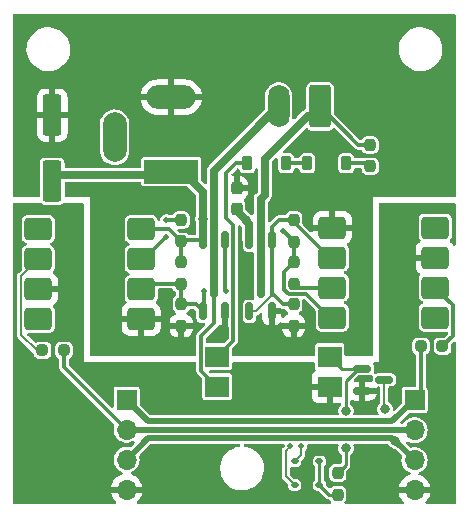
<source format=gbr>
%TF.GenerationSoftware,KiCad,Pcbnew,7.0.11*%
%TF.CreationDate,2024-03-26T21:19:36+01:00*%
%TF.ProjectId,booster_bare_minimum,626f6f73-7465-4725-9f62-6172655f6d69,rev?*%
%TF.SameCoordinates,Original*%
%TF.FileFunction,Copper,L1,Top*%
%TF.FilePolarity,Positive*%
%FSLAX46Y46*%
G04 Gerber Fmt 4.6, Leading zero omitted, Abs format (unit mm)*
G04 Created by KiCad (PCBNEW 7.0.11) date 2024-03-26 21:19:36*
%MOMM*%
%LPD*%
G01*
G04 APERTURE LIST*
G04 Aperture macros list*
%AMRoundRect*
0 Rectangle with rounded corners*
0 $1 Rounding radius*
0 $2 $3 $4 $5 $6 $7 $8 $9 X,Y pos of 4 corners*
0 Add a 4 corners polygon primitive as box body*
4,1,4,$2,$3,$4,$5,$6,$7,$8,$9,$2,$3,0*
0 Add four circle primitives for the rounded corners*
1,1,$1+$1,$2,$3*
1,1,$1+$1,$4,$5*
1,1,$1+$1,$6,$7*
1,1,$1+$1,$8,$9*
0 Add four rect primitives between the rounded corners*
20,1,$1+$1,$2,$3,$4,$5,0*
20,1,$1+$1,$4,$5,$6,$7,0*
20,1,$1+$1,$6,$7,$8,$9,0*
20,1,$1+$1,$8,$9,$2,$3,0*%
G04 Aperture macros list end*
%TA.AperFunction,SMDPad,CuDef*%
%ADD10RoundRect,0.237500X0.237500X-0.250000X0.237500X0.250000X-0.237500X0.250000X-0.237500X-0.250000X0*%
%TD*%
%TA.AperFunction,SMDPad,CuDef*%
%ADD11RoundRect,0.150000X-0.587500X-0.150000X0.587500X-0.150000X0.587500X0.150000X-0.587500X0.150000X0*%
%TD*%
%TA.AperFunction,SMDPad,CuDef*%
%ADD12RoundRect,0.112500X0.187500X0.112500X-0.187500X0.112500X-0.187500X-0.112500X0.187500X-0.112500X0*%
%TD*%
%TA.AperFunction,SMDPad,CuDef*%
%ADD13RoundRect,0.237500X0.250000X0.237500X-0.250000X0.237500X-0.250000X-0.237500X0.250000X-0.237500X0*%
%TD*%
%TA.AperFunction,SMDPad,CuDef*%
%ADD14RoundRect,0.237500X-0.237500X0.250000X-0.237500X-0.250000X0.237500X-0.250000X0.237500X0.250000X0*%
%TD*%
%TA.AperFunction,SMDPad,CuDef*%
%ADD15RoundRect,0.150000X0.150000X-0.587500X0.150000X0.587500X-0.150000X0.587500X-0.150000X-0.587500X0*%
%TD*%
%TA.AperFunction,SMDPad,CuDef*%
%ADD16RoundRect,0.150000X-0.150000X0.587500X-0.150000X-0.587500X0.150000X-0.587500X0.150000X0.587500X0*%
%TD*%
%TA.AperFunction,SMDPad,CuDef*%
%ADD17R,2.000000X1.780000*%
%TD*%
%TA.AperFunction,ComponentPad*%
%ADD18R,1.700000X1.700000*%
%TD*%
%TA.AperFunction,ComponentPad*%
%ADD19O,1.700000X1.700000*%
%TD*%
%TA.AperFunction,SMDPad,CuDef*%
%ADD20RoundRect,0.250000X0.550000X-1.500000X0.550000X1.500000X-0.550000X1.500000X-0.550000X-1.500000X0*%
%TD*%
%TA.AperFunction,ComponentPad*%
%ADD21R,4.600000X2.000000*%
%TD*%
%TA.AperFunction,ComponentPad*%
%ADD22O,4.200000X2.000000*%
%TD*%
%TA.AperFunction,ComponentPad*%
%ADD23O,2.000000X4.200000*%
%TD*%
%TA.AperFunction,SMDPad,CuDef*%
%ADD24RoundRect,0.225000X-0.225000X-0.375000X0.225000X-0.375000X0.225000X0.375000X-0.225000X0.375000X0*%
%TD*%
%TA.AperFunction,ComponentPad*%
%ADD25RoundRect,0.250000X0.650000X1.550000X-0.650000X1.550000X-0.650000X-1.550000X0.650000X-1.550000X0*%
%TD*%
%TA.AperFunction,ComponentPad*%
%ADD26O,1.800000X3.600000*%
%TD*%
%TA.AperFunction,SMDPad,CuDef*%
%ADD27RoundRect,0.237500X-0.237500X0.300000X-0.237500X-0.300000X0.237500X-0.300000X0.237500X0.300000X0*%
%TD*%
%TA.AperFunction,SMDPad,CuDef*%
%ADD28RoundRect,0.250000X0.900000X0.675000X-0.900000X0.675000X-0.900000X-0.675000X0.900000X-0.675000X0*%
%TD*%
%TA.AperFunction,SMDPad,CuDef*%
%ADD29RoundRect,0.250000X-0.900000X-0.675000X0.900000X-0.675000X0.900000X0.675000X-0.900000X0.675000X0*%
%TD*%
%TA.AperFunction,SMDPad,CuDef*%
%ADD30RoundRect,0.225000X0.225000X0.375000X-0.225000X0.375000X-0.225000X-0.375000X0.225000X-0.375000X0*%
%TD*%
%TA.AperFunction,ViaPad*%
%ADD31C,0.800000*%
%TD*%
%TA.AperFunction,ViaPad*%
%ADD32C,0.500000*%
%TD*%
%TA.AperFunction,Conductor*%
%ADD33C,0.250000*%
%TD*%
%TA.AperFunction,Conductor*%
%ADD34C,0.200000*%
%TD*%
%TA.AperFunction,Conductor*%
%ADD35C,0.300000*%
%TD*%
%TA.AperFunction,Conductor*%
%ADD36C,0.500000*%
%TD*%
%TA.AperFunction,Conductor*%
%ADD37C,0.700000*%
%TD*%
G04 APERTURE END LIST*
D10*
%TO.P,R1,1*%
%TO.N,Net-(D1-K)*%
X179500000Y-77212500D03*
%TO.P,R1,2*%
%TO.N,Net-(Q1-B)*%
X179500000Y-75387500D03*
%TD*%
D11*
%TO.P,Q1,1,B*%
%TO.N,Net-(Q1-B)*%
X181562500Y-66550000D03*
%TO.P,Q1,2,E*%
%TO.N,GND*%
X181562500Y-68450000D03*
%TO.P,Q1,3,C*%
%TO.N,/Booster/ShortCircuit*%
X183437500Y-67500000D03*
%TD*%
D12*
%TO.P,D2,2,A*%
%TO.N,/Booster/DCC_B*%
X175850000Y-74400000D03*
%TO.P,D2,1,K*%
%TO.N,Net-(D1-K)*%
X177950000Y-74400000D03*
%TD*%
%TO.P,D1,1,K*%
%TO.N,Net-(D1-K)*%
X177950000Y-76400000D03*
%TO.P,D1,2,A*%
%TO.N,/Booster/DCC_A*%
X175850000Y-76400000D03*
%TD*%
D13*
%TO.P,R201,1*%
%TO.N,/Booster/DCC_A*%
X156325000Y-65000000D03*
%TO.P,R201,2*%
%TO.N,Net-(U201-A)*%
X154500000Y-65000000D03*
%TD*%
D14*
%TO.P,R203,1*%
%TO.N,VCC*%
X166243500Y-57531000D03*
%TO.P,R203,2*%
%TO.N,Net-(Q201-G)*%
X166243500Y-59356000D03*
%TD*%
D15*
%TO.P,Q204,1,G*%
%TO.N,Net-(Q203-G)*%
X172024500Y-61692000D03*
%TO.P,Q204,2,S*%
%TO.N,GND2*%
X173924500Y-61692000D03*
%TO.P,Q204,3,D*%
%TO.N,/Booster/Track_B*%
X172974500Y-59817000D03*
%TD*%
D16*
%TO.P,Q203,1,G*%
%TO.N,Net-(Q203-G)*%
X173924500Y-55656000D03*
%TO.P,Q203,2,S*%
%TO.N,VCC*%
X172024500Y-55656000D03*
%TO.P,Q203,3,D*%
%TO.N,/Booster/Track_B*%
X172974500Y-57531000D03*
%TD*%
D13*
%TO.P,R209,1*%
%TO.N,Net-(U203-A)*%
X188364500Y-64643000D03*
%TO.P,R209,2*%
%TO.N,/Booster/DCC_B*%
X186539500Y-64643000D03*
%TD*%
D17*
%TO.P,U202,1*%
%TO.N,Net-(D202-K)*%
X169291000Y-65532000D03*
%TO.P,U202,2*%
%TO.N,/Booster/Track_A*%
X169291000Y-68072000D03*
%TO.P,U202,3*%
%TO.N,GND*%
X178821000Y-68072000D03*
%TO.P,U202,4*%
%TO.N,Net-(Q1-B)*%
X178821000Y-65532000D03*
%TD*%
D18*
%TO.P,J102,1,Pin_1*%
%TO.N,/Booster/DCC_B*%
X161626000Y-69175000D03*
D19*
%TO.P,J102,2,Pin_2*%
%TO.N,/Booster/DCC_A*%
X161626000Y-71715000D03*
%TO.P,J102,3,Pin_3*%
%TO.N,/Booster/ShortCircuit*%
X161626000Y-74255000D03*
%TO.P,J102,4,Pin_4*%
%TO.N,GND*%
X161626000Y-76795000D03*
%TD*%
D20*
%TO.P,C202,1*%
%TO.N,VCC*%
X155321000Y-50685000D03*
%TO.P,C202,2*%
%TO.N,GND2*%
X155321000Y-45085000D03*
%TD*%
D21*
%TO.P,J201,1*%
%TO.N,VCC*%
X165410000Y-49861000D03*
D22*
%TO.P,J201,2*%
%TO.N,GND2*%
X165410000Y-43561000D03*
D23*
%TO.P,J201,3*%
%TO.N,N/C*%
X160610000Y-46961000D03*
%TD*%
D24*
%TO.P,D202,1,K*%
%TO.N,Net-(D202-K)*%
X171831000Y-49149000D03*
%TO.P,D202,2,A*%
%TO.N,Net-(D201-A)*%
X175131000Y-49149000D03*
%TD*%
D16*
%TO.P,Q201,1,G*%
%TO.N,Net-(Q201-G)*%
X169987500Y-55656000D03*
%TO.P,Q201,2,S*%
%TO.N,VCC*%
X168087500Y-55656000D03*
%TO.P,Q201,3,D*%
%TO.N,/Booster/Track_A*%
X169037500Y-57531000D03*
%TD*%
D10*
%TO.P,R202,1*%
%TO.N,VCC*%
X166243500Y-55776500D03*
%TO.P,R202,2*%
%TO.N,Net-(U201-EN)*%
X166243500Y-53951500D03*
%TD*%
D15*
%TO.P,Q202,1,G*%
%TO.N,Net-(Q201-G)*%
X168087500Y-61692000D03*
%TO.P,Q202,2,S*%
%TO.N,GND2*%
X169987500Y-61692000D03*
%TO.P,Q202,3,D*%
%TO.N,/Booster/Track_A*%
X169037500Y-59817000D03*
%TD*%
D25*
%TO.P,J103,1,Pin_1*%
%TO.N,/Booster/Track_B*%
X178000000Y-44346000D03*
D26*
%TO.P,J103,2,Pin_2*%
%TO.N,/Booster/Track_A*%
X174500000Y-44346000D03*
%TD*%
D14*
%TO.P,R204,1*%
%TO.N,Net-(Q201-G)*%
X166243500Y-61087000D03*
%TO.P,R204,2*%
%TO.N,GND2*%
X166243500Y-62912000D03*
%TD*%
%TO.P,R208,1*%
%TO.N,VCC*%
X175768500Y-57531000D03*
%TO.P,R208,2*%
%TO.N,Net-(U203-EN)*%
X175768500Y-59356000D03*
%TD*%
D27*
%TO.P,C201,1*%
%TO.N,GND2*%
X170942000Y-51275000D03*
%TO.P,C201,2*%
%TO.N,VCC*%
X170942000Y-53000000D03*
%TD*%
D28*
%TO.P,U203,1,NC*%
%TO.N,unconnected-(U203-NC-Pad1)*%
X187738500Y-62230000D03*
%TO.P,U203,2,A*%
%TO.N,Net-(U203-A)*%
X187738500Y-59690000D03*
%TO.P,U203,3,C*%
%TO.N,GND*%
X187738500Y-57150000D03*
%TO.P,U203,4,NC*%
%TO.N,unconnected-(U203-NC-Pad4)*%
X187738500Y-54610000D03*
%TO.P,U203,5,GND*%
%TO.N,GND2*%
X179038500Y-54610000D03*
%TO.P,U203,6,VO*%
%TO.N,Net-(Q203-G)*%
X179038500Y-57150000D03*
%TO.P,U203,7,EN*%
%TO.N,Net-(U203-EN)*%
X179038500Y-59690000D03*
%TO.P,U203,8,VCC*%
%TO.N,VCC*%
X179038500Y-62230000D03*
%TD*%
D14*
%TO.P,R207,1*%
%TO.N,Net-(Q203-G)*%
X175768500Y-61087000D03*
%TO.P,R207,2*%
%TO.N,GND2*%
X175768500Y-62912000D03*
%TD*%
%TO.P,R205,1*%
%TO.N,/Booster/Track_B*%
X182245000Y-47601500D03*
%TO.P,R205,2*%
%TO.N,Net-(D201-K)*%
X182245000Y-49426500D03*
%TD*%
D10*
%TO.P,R206,1*%
%TO.N,VCC*%
X175768500Y-55800000D03*
%TO.P,R206,2*%
%TO.N,Net-(Q203-G)*%
X175768500Y-53975000D03*
%TD*%
D18*
%TO.P,J101,1,Pin_1*%
%TO.N,/Booster/DCC_B*%
X186000000Y-69215000D03*
D19*
%TO.P,J101,2,Pin_2*%
%TO.N,/Booster/DCC_A*%
X186000000Y-71755000D03*
%TO.P,J101,3,Pin_3*%
%TO.N,/Booster/ShortCircuit*%
X186000000Y-74295000D03*
%TO.P,J101,4,Pin_4*%
%TO.N,GND*%
X186000000Y-76835000D03*
%TD*%
D29*
%TO.P,U201,1,NC*%
%TO.N,unconnected-(U201-NC-Pad1)*%
X154150000Y-54737000D03*
%TO.P,U201,2,A*%
%TO.N,Net-(U201-A)*%
X154150000Y-57277000D03*
%TO.P,U201,3,C*%
%TO.N,GND*%
X154150000Y-59817000D03*
%TO.P,U201,4,NC*%
%TO.N,unconnected-(U201-NC-Pad4)*%
X154150000Y-62357000D03*
%TO.P,U201,5,GND*%
%TO.N,GND2*%
X162850000Y-62357000D03*
%TO.P,U201,6,VO*%
%TO.N,Net-(Q201-G)*%
X162850000Y-59817000D03*
%TO.P,U201,7,EN*%
%TO.N,Net-(U201-EN)*%
X162850000Y-57277000D03*
%TO.P,U201,8,VCC*%
%TO.N,VCC*%
X162850000Y-54737000D03*
%TD*%
D30*
%TO.P,D201,1,K*%
%TO.N,Net-(D201-K)*%
X180212000Y-49149000D03*
%TO.P,D201,2,A*%
%TO.N,Net-(D201-A)*%
X176912000Y-49149000D03*
%TD*%
D31*
%TO.N,GND*%
X184300000Y-66000000D03*
X181800000Y-69700000D03*
X178700000Y-69800000D03*
D32*
%TO.N,/Booster/DCC_A*%
X175500000Y-73115000D03*
X175500000Y-71715000D03*
%TO.N,/Booster/DCC_B*%
X176400000Y-73115000D03*
X176400000Y-71015000D03*
D31*
%TO.N,Net-(Q1-B)*%
X180200000Y-73265000D03*
X180200000Y-70165000D03*
%TO.N,GND2*%
X153162000Y-49657000D03*
X160401000Y-62357000D03*
X168656000Y-39116000D03*
X159639000Y-41656000D03*
X168910000Y-46863000D03*
X169799000Y-63373000D03*
X160274000Y-54610000D03*
X176911000Y-47498000D03*
X163000000Y-47000000D03*
X181356000Y-58547000D03*
X165735000Y-52324000D03*
X172212000Y-51054000D03*
X164846000Y-62357000D03*
X178943000Y-52324000D03*
X162814000Y-64262000D03*
X170561000Y-44577000D03*
X181356000Y-54610000D03*
X186436000Y-45593000D03*
X160274000Y-51689000D03*
X171958000Y-64643000D03*
X187071000Y-50038000D03*
X173990000Y-63500000D03*
X172974000Y-38227000D03*
X178435000Y-49276000D03*
X172593000Y-63373000D03*
X166243000Y-64389000D03*
X181102000Y-64008000D03*
X162687000Y-38862000D03*
X175006000Y-52070000D03*
X175768000Y-64516000D03*
D32*
%TO.N,VCC*%
X174879000Y-54864000D03*
D31*
X171704000Y-53975000D03*
X168087500Y-53848000D03*
%TO.N,/Booster/ShortCircuit*%
X184376500Y-72671500D03*
X183500000Y-70000000D03*
%TO.N,GND*%
X184785000Y-53721000D03*
X164211000Y-73660000D03*
X154559000Y-70866000D03*
X176403000Y-68199000D03*
X156591000Y-62738000D03*
X165100000Y-69723000D03*
X156591000Y-56896000D03*
X156845000Y-59944000D03*
X166243000Y-66929000D03*
X188595000Y-76708000D03*
X152781000Y-66040000D03*
X159512000Y-67310000D03*
X172339000Y-69342000D03*
X184277000Y-61849000D03*
X188468000Y-68961000D03*
X184912000Y-57150000D03*
X157353000Y-75438000D03*
X182118000Y-73660000D03*
D32*
%TO.N,Net-(Q201-G)*%
X170053000Y-59944000D03*
X168148000Y-59944000D03*
%TO.N,Net-(U201-EN)*%
X164973000Y-53975000D03*
X164973000Y-55372000D03*
%TD*%
D33*
%TO.N,Net-(Q1-B)*%
X180200000Y-74687500D02*
X179500000Y-75387500D01*
%TO.N,Net-(D1-K)*%
X178762500Y-77212500D02*
X177950000Y-76400000D01*
X179500000Y-77212500D02*
X178762500Y-77212500D01*
%TO.N,Net-(Q1-B)*%
X180200000Y-73265000D02*
X180200000Y-74687500D01*
D34*
%TO.N,/Booster/DCC_A*%
X175100000Y-75650000D02*
X175850000Y-76400000D01*
X175500000Y-73115000D02*
X175100000Y-73515000D01*
X175100000Y-73515000D02*
X175100000Y-75650000D01*
D33*
%TO.N,Net-(D1-K)*%
X177950000Y-74400000D02*
X177950000Y-76400000D01*
D34*
%TO.N,/Booster/DCC_B*%
X176400000Y-73115000D02*
X176400000Y-73850000D01*
X176400000Y-73850000D02*
X175850000Y-74400000D01*
D35*
%TO.N,/Booster/ShortCircuit*%
X183454000Y-70046000D02*
X183454000Y-70165000D01*
X183500000Y-70000000D02*
X183454000Y-70046000D01*
D34*
X183500000Y-70000000D02*
X183437500Y-69937500D01*
X183437500Y-69937500D02*
X183437500Y-67500000D01*
D33*
%TO.N,Net-(Q1-B)*%
X181250000Y-66550000D02*
X180200000Y-67600000D01*
X180200000Y-67600000D02*
X180200000Y-70165000D01*
X181562500Y-66550000D02*
X181250000Y-66550000D01*
D36*
%TO.N,/Booster/DCC_A*%
X185960000Y-71715000D02*
X186000000Y-71755000D01*
X161626000Y-71715000D02*
X185960000Y-71715000D01*
%TO.N,/Booster/DCC_B*%
X184128000Y-71015000D02*
X176400000Y-71015000D01*
X176400000Y-71015000D02*
X163466000Y-71015000D01*
X186000000Y-69215000D02*
X185928000Y-69215000D01*
X185928000Y-69215000D02*
X184128000Y-71015000D01*
D33*
%TO.N,Net-(Q1-B)*%
X181562500Y-66550000D02*
X179839000Y-66550000D01*
X179839000Y-66550000D02*
X178821000Y-65532000D01*
D35*
%TO.N,VCC*%
X168087500Y-55656000D02*
X166364000Y-55656000D01*
D37*
X170942000Y-53000000D02*
X170942000Y-53213000D01*
D35*
X176835500Y-60249500D02*
X178816000Y-62230000D01*
D37*
X171704000Y-53975000D02*
X172024500Y-54295500D01*
X170942000Y-53213000D02*
X171704000Y-53975000D01*
X165106000Y-50165000D02*
X155841000Y-50165000D01*
D35*
X175768500Y-57531000D02*
X174943500Y-58356000D01*
D37*
X172024500Y-54295500D02*
X172024500Y-55656000D01*
D35*
X178816000Y-62230000D02*
X179038500Y-62230000D01*
D37*
X168087500Y-51587500D02*
X166361000Y-49861000D01*
X155841000Y-50165000D02*
X155321000Y-50685000D01*
X165410000Y-49861000D02*
X165106000Y-50165000D01*
D35*
X174943500Y-59855932D02*
X175337068Y-60249500D01*
X175768500Y-55800000D02*
X175768500Y-55753500D01*
D37*
X168087500Y-55656000D02*
X168087500Y-53848000D01*
D35*
X166364000Y-55656000D02*
X166243500Y-55776500D01*
X162850000Y-54737000D02*
X165204000Y-54737000D01*
X175337068Y-60249500D02*
X176835500Y-60249500D01*
X175768500Y-55753500D02*
X174879000Y-54864000D01*
X165204000Y-54737000D02*
X166243500Y-55776500D01*
X175768500Y-57531000D02*
X175768500Y-55800000D01*
X166243500Y-57531000D02*
X166243500Y-55776500D01*
D37*
X166361000Y-49861000D02*
X165431000Y-49861000D01*
X168087500Y-53848000D02*
X168087500Y-51587500D01*
D35*
X174943500Y-58356000D02*
X174943500Y-59855932D01*
D37*
%TO.N,/Booster/Track_B*%
X176561500Y-45561500D02*
X176955000Y-45168000D01*
X172974500Y-57531000D02*
X172974500Y-52196500D01*
D35*
X178000000Y-44346000D02*
X181255500Y-47601500D01*
D37*
X177178000Y-45168000D02*
X178000000Y-44346000D01*
X172974500Y-52196500D02*
X173355000Y-51816000D01*
D35*
X181255500Y-47601500D02*
X182245000Y-47601500D01*
D37*
X176955000Y-45168000D02*
X177178000Y-45168000D01*
X173355000Y-51816000D02*
X173355000Y-48768000D01*
X173355000Y-48768000D02*
X176561500Y-45561500D01*
X172974500Y-59817000D02*
X172974500Y-57531000D01*
D35*
%TO.N,Net-(D201-A)*%
X176912000Y-49149000D02*
X175131000Y-49149000D01*
%TO.N,Net-(D202-K)*%
X170000000Y-50000000D02*
X170851000Y-49149000D01*
X170000000Y-53762500D02*
X170000000Y-50000000D01*
X170653000Y-54415500D02*
X170000000Y-53762500D01*
X169291000Y-65532000D02*
X170653000Y-64170000D01*
X170653000Y-64170000D02*
X170653000Y-54415500D01*
X170851000Y-49149000D02*
X171831000Y-49149000D01*
D36*
%TO.N,/Booster/DCC_B*%
X163466000Y-71015000D02*
X161626000Y-69175000D01*
D35*
X186539500Y-64643000D02*
X186539500Y-68675500D01*
X186539500Y-68675500D02*
X186000000Y-69215000D01*
%TO.N,/Booster/DCC_A*%
X156325000Y-66414000D02*
X156325000Y-65000000D01*
X161626000Y-71715000D02*
X156325000Y-66414000D01*
D36*
%TO.N,/Booster/ShortCircuit*%
X184120000Y-72415000D02*
X184376500Y-72671500D01*
X163466000Y-72415000D02*
X184120000Y-72415000D01*
X161626000Y-74255000D02*
X163466000Y-72415000D01*
X184376500Y-72671500D02*
X186000000Y-74295000D01*
D37*
%TO.N,/Booster/Track_A*%
X169037500Y-57531000D02*
X169037500Y-49783500D01*
D35*
X169037500Y-62688500D02*
X167941000Y-63785000D01*
X169037500Y-59817000D02*
X169037500Y-62688500D01*
D37*
X169037500Y-59817000D02*
X169037500Y-57531000D01*
X172410500Y-46410500D02*
X173455000Y-45366000D01*
X169037500Y-49783500D02*
X172410500Y-46410500D01*
X174475000Y-44346000D02*
X174500000Y-44346000D01*
X172410500Y-46410500D02*
X174475000Y-44346000D01*
D35*
X167941000Y-63785000D02*
X167941000Y-66722000D01*
X167941000Y-66722000D02*
X169291000Y-68072000D01*
%TO.N,Net-(Q201-G)*%
X163311000Y-59356000D02*
X162850000Y-59817000D01*
X168148000Y-59944000D02*
X168148000Y-61631500D01*
X167482500Y-61087000D02*
X168087500Y-61692000D01*
X169987500Y-59878500D02*
X170053000Y-59944000D01*
X169987500Y-55656000D02*
X169987500Y-59878500D01*
X166243500Y-61087000D02*
X166243500Y-59356000D01*
X166243500Y-61087000D02*
X167482500Y-61087000D01*
X166243500Y-59356000D02*
X163311000Y-59356000D01*
X168148000Y-61631500D02*
X168087500Y-61692000D01*
%TO.N,Net-(Q203-G)*%
X178816000Y-57150000D02*
X179038500Y-57150000D01*
D34*
X172024500Y-61692000D02*
X172546448Y-61692000D01*
X173863000Y-60375448D02*
X173863000Y-59813000D01*
D35*
X173924500Y-55656000D02*
X173924500Y-54548500D01*
X175768500Y-53975000D02*
X175768500Y-54102500D01*
D34*
X172546448Y-61692000D02*
X173863000Y-60375448D01*
D35*
X173924500Y-60132500D02*
X173924500Y-59751500D01*
X173924500Y-54548500D02*
X174498000Y-53975000D01*
X174498000Y-53975000D02*
X175768500Y-53975000D01*
D34*
X174167448Y-60375448D02*
X174244000Y-60452000D01*
D35*
X175768500Y-61087000D02*
X174879000Y-61087000D01*
D34*
X173863000Y-59813000D02*
X173924500Y-59751500D01*
D35*
X173924500Y-59751500D02*
X173924500Y-55656000D01*
X174244000Y-60452000D02*
X173924500Y-60132500D01*
X175768500Y-54102500D02*
X178816000Y-57150000D01*
X174879000Y-61087000D02*
X174244000Y-60452000D01*
D34*
X173863000Y-60375448D02*
X174167448Y-60375448D01*
%TO.N,Net-(U201-A)*%
X152700000Y-63687500D02*
X152700000Y-58727000D01*
X154500000Y-65000000D02*
X154012500Y-65000000D01*
X152700000Y-58727000D02*
X154150000Y-57277000D01*
X154012500Y-65000000D02*
X152700000Y-63687500D01*
D35*
%TO.N,Net-(U201-EN)*%
X163068000Y-57277000D02*
X162850000Y-57277000D01*
X164996500Y-53951500D02*
X164973000Y-53975000D01*
X166243500Y-53951500D02*
X164996500Y-53951500D01*
X164973000Y-55372000D02*
X163068000Y-57277000D01*
%TO.N,Net-(U203-EN)*%
X179038500Y-59690000D02*
X176102500Y-59690000D01*
X176102500Y-59690000D02*
X175768500Y-59356000D01*
%TO.N,Net-(U203-A)*%
X189238500Y-63769000D02*
X189238500Y-61190000D01*
X189238500Y-61190000D02*
X187738500Y-59690000D01*
X188364500Y-64643000D02*
X189238500Y-63769000D01*
%TO.N,Net-(D201-K)*%
X181967500Y-49149000D02*
X182245000Y-49426500D01*
X180212000Y-49149000D02*
X181967500Y-49149000D01*
%TD*%
%TA.AperFunction,Conductor*%
%TO.N,GND*%
G36*
X154386585Y-52519685D02*
G01*
X154407227Y-52536319D01*
X154413455Y-52542547D01*
X154528664Y-52628793D01*
X154528671Y-52628797D01*
X154663517Y-52679091D01*
X154663516Y-52679091D01*
X154670444Y-52679835D01*
X154723127Y-52685500D01*
X155918872Y-52685499D01*
X155978483Y-52679091D01*
X156113331Y-52628796D01*
X156228546Y-52542546D01*
X156228548Y-52542542D01*
X156234773Y-52536319D01*
X156296096Y-52502834D01*
X156322454Y-52500000D01*
X157876000Y-52500000D01*
X157943039Y-52519685D01*
X157988794Y-52572489D01*
X158000000Y-52624000D01*
X158000000Y-66000000D01*
X167416500Y-66000000D01*
X167483539Y-66019685D01*
X167529294Y-66072489D01*
X167540500Y-66124000D01*
X167540500Y-66785429D01*
X167540501Y-66785439D01*
X167547346Y-66806507D01*
X167551887Y-66825418D01*
X167555354Y-66847304D01*
X167555355Y-66847307D01*
X167565412Y-66867045D01*
X167572857Y-66885018D01*
X167579704Y-66906090D01*
X167592726Y-66924014D01*
X167602890Y-66940600D01*
X167612949Y-66960340D01*
X167612950Y-66960342D01*
X167632390Y-66979782D01*
X167632419Y-66979813D01*
X168004181Y-67351573D01*
X168037666Y-67412896D01*
X168040500Y-67439254D01*
X168040500Y-68986678D01*
X168055032Y-69059735D01*
X168055033Y-69059739D01*
X168055034Y-69059740D01*
X168110399Y-69142601D01*
X168193260Y-69197966D01*
X168193264Y-69197967D01*
X168266321Y-69212499D01*
X168266324Y-69212500D01*
X168266326Y-69212500D01*
X170315676Y-69212500D01*
X170315677Y-69212499D01*
X170388740Y-69197966D01*
X170471601Y-69142601D01*
X170526966Y-69059740D01*
X170541500Y-68986674D01*
X170541500Y-68322000D01*
X177321000Y-68322000D01*
X177321000Y-69009844D01*
X177327401Y-69069372D01*
X177327403Y-69069379D01*
X177377645Y-69204086D01*
X177377649Y-69204093D01*
X177463809Y-69319187D01*
X177463812Y-69319190D01*
X177578906Y-69405350D01*
X177578913Y-69405354D01*
X177713620Y-69455596D01*
X177713627Y-69455598D01*
X177773155Y-69461999D01*
X177773172Y-69462000D01*
X178571000Y-69462000D01*
X178571000Y-68322000D01*
X177321000Y-68322000D01*
X170541500Y-68322000D01*
X170541500Y-67157326D01*
X170541500Y-67157323D01*
X170541499Y-67157321D01*
X170526967Y-67084264D01*
X170526966Y-67084260D01*
X170523137Y-67078529D01*
X170471601Y-67001399D01*
X170410151Y-66960340D01*
X170388739Y-66946033D01*
X170388735Y-66946032D01*
X170315677Y-66931500D01*
X170315674Y-66931500D01*
X168768255Y-66931500D01*
X168701216Y-66911815D01*
X168680574Y-66895181D01*
X168669574Y-66884181D01*
X168636089Y-66822858D01*
X168641073Y-66753166D01*
X168682945Y-66697233D01*
X168748409Y-66672816D01*
X168757255Y-66672500D01*
X170315676Y-66672500D01*
X170315677Y-66672499D01*
X170388740Y-66657966D01*
X170471601Y-66602601D01*
X170526966Y-66519740D01*
X170541500Y-66446674D01*
X170541500Y-66124000D01*
X170561185Y-66056961D01*
X170613989Y-66011206D01*
X170665500Y-66000000D01*
X177446500Y-66000000D01*
X177513539Y-66019685D01*
X177559294Y-66072489D01*
X177570500Y-66124000D01*
X177570500Y-66446678D01*
X177585032Y-66519735D01*
X177585033Y-66519739D01*
X177585034Y-66519740D01*
X177615235Y-66564940D01*
X177636112Y-66631616D01*
X177617627Y-66698996D01*
X177584101Y-66730779D01*
X177586011Y-66733331D01*
X177463812Y-66824809D01*
X177463809Y-66824812D01*
X177377649Y-66939906D01*
X177377645Y-66939913D01*
X177327403Y-67074620D01*
X177327401Y-67074627D01*
X177321000Y-67134155D01*
X177321000Y-67822000D01*
X178947000Y-67822000D01*
X179014039Y-67841685D01*
X179059794Y-67894489D01*
X179071000Y-67946000D01*
X179071000Y-69462000D01*
X179685596Y-69462000D01*
X179752635Y-69481685D01*
X179798390Y-69534489D01*
X179808334Y-69603647D01*
X179779309Y-69667203D01*
X179767823Y-69678815D01*
X179709518Y-69730468D01*
X179619781Y-69860475D01*
X179619780Y-69860476D01*
X179563762Y-70008181D01*
X179544722Y-70164999D01*
X179544722Y-70165000D01*
X179563763Y-70321819D01*
X179563763Y-70321821D01*
X179573134Y-70346530D01*
X179578501Y-70416193D01*
X179545353Y-70477699D01*
X179484214Y-70511520D01*
X179457192Y-70514500D01*
X163724676Y-70514500D01*
X163657637Y-70494815D01*
X163636995Y-70478181D01*
X162762819Y-69604005D01*
X162729334Y-69542682D01*
X162726500Y-69516324D01*
X162726500Y-68300323D01*
X162726499Y-68300321D01*
X162711967Y-68227264D01*
X162711966Y-68227260D01*
X162656601Y-68144399D01*
X162573740Y-68089034D01*
X162573739Y-68089033D01*
X162573735Y-68089032D01*
X162500677Y-68074500D01*
X162500674Y-68074500D01*
X160751326Y-68074500D01*
X160751323Y-68074500D01*
X160678264Y-68089032D01*
X160678260Y-68089033D01*
X160595399Y-68144399D01*
X160540033Y-68227260D01*
X160540032Y-68227264D01*
X160525500Y-68300321D01*
X160525500Y-69748745D01*
X160505815Y-69815784D01*
X160453011Y-69861539D01*
X160383853Y-69871483D01*
X160320297Y-69842458D01*
X160313819Y-69836426D01*
X156761819Y-66284426D01*
X156728334Y-66223103D01*
X156725500Y-66196745D01*
X156725500Y-65788300D01*
X156745185Y-65721261D01*
X156797989Y-65675506D01*
X156806162Y-65672120D01*
X156811278Y-65670212D01*
X156923616Y-65586116D01*
X157007712Y-65473778D01*
X157056751Y-65342299D01*
X157059309Y-65318506D01*
X157062999Y-65284190D01*
X157063000Y-65284173D01*
X157063000Y-64715826D01*
X157062999Y-64715809D01*
X157056751Y-64657700D01*
X157015567Y-64547283D01*
X157007712Y-64526222D01*
X156923616Y-64413884D01*
X156850045Y-64358809D01*
X156811280Y-64329789D01*
X156811278Y-64329788D01*
X156764989Y-64312523D01*
X156679799Y-64280748D01*
X156621690Y-64274500D01*
X156621674Y-64274500D01*
X156028326Y-64274500D01*
X156028309Y-64274500D01*
X155970200Y-64280748D01*
X155838719Y-64329789D01*
X155726384Y-64413884D01*
X155642289Y-64526219D01*
X155593248Y-64657700D01*
X155587000Y-64715809D01*
X155587000Y-65284190D01*
X155593248Y-65342299D01*
X155632354Y-65447144D01*
X155642288Y-65473778D01*
X155726384Y-65586116D01*
X155838722Y-65670212D01*
X155843829Y-65672116D01*
X155899763Y-65713985D01*
X155924184Y-65779448D01*
X155924500Y-65788300D01*
X155924500Y-66477429D01*
X155924501Y-66477439D01*
X155931346Y-66498507D01*
X155935887Y-66517418D01*
X155939354Y-66539304D01*
X155939355Y-66539307D01*
X155949412Y-66559045D01*
X155956857Y-66577018D01*
X155963704Y-66598090D01*
X155976726Y-66616014D01*
X155986890Y-66632600D01*
X155996949Y-66652340D01*
X155996950Y-66652342D01*
X156016390Y-66671782D01*
X156016419Y-66671813D01*
X160558275Y-71213667D01*
X160591760Y-71274990D01*
X160589860Y-71335282D01*
X160539603Y-71511915D01*
X160539602Y-71511917D01*
X160520785Y-71714999D01*
X160520785Y-71715000D01*
X160539602Y-71918082D01*
X160595417Y-72114247D01*
X160595422Y-72114260D01*
X160686327Y-72296821D01*
X160809237Y-72459581D01*
X160959958Y-72596980D01*
X160959960Y-72596982D01*
X161024560Y-72636980D01*
X161133363Y-72704348D01*
X161323544Y-72778024D01*
X161524024Y-72815500D01*
X161524026Y-72815500D01*
X161727974Y-72815500D01*
X161727976Y-72815500D01*
X161928456Y-72778024D01*
X162118637Y-72704348D01*
X162129490Y-72697627D01*
X162196846Y-72679070D01*
X162263547Y-72699875D01*
X162308410Y-72753438D01*
X162317194Y-72822754D01*
X162287108Y-72885814D01*
X162282450Y-72890734D01*
X162019118Y-73154066D01*
X161957795Y-73187551D01*
X161908652Y-73188274D01*
X161727976Y-73154500D01*
X161524024Y-73154500D01*
X161323544Y-73191976D01*
X161323541Y-73191976D01*
X161323541Y-73191977D01*
X161133364Y-73265651D01*
X161133357Y-73265655D01*
X160959960Y-73373017D01*
X160959958Y-73373019D01*
X160809237Y-73510418D01*
X160686327Y-73673178D01*
X160595422Y-73855739D01*
X160595417Y-73855752D01*
X160539602Y-74051917D01*
X160520785Y-74254999D01*
X160520785Y-74255000D01*
X160539602Y-74458082D01*
X160595417Y-74654247D01*
X160595422Y-74654260D01*
X160686327Y-74836821D01*
X160809237Y-74999581D01*
X160959958Y-75136980D01*
X160959960Y-75136982D01*
X161024560Y-75176980D01*
X161133363Y-75244348D01*
X161214283Y-75275696D01*
X161269685Y-75318269D01*
X161293276Y-75384035D01*
X161277565Y-75452116D01*
X161227542Y-75500895D01*
X161201586Y-75511097D01*
X161162519Y-75521565D01*
X161162507Y-75521570D01*
X160948422Y-75621399D01*
X160948420Y-75621400D01*
X160754926Y-75756886D01*
X160754920Y-75756891D01*
X160587891Y-75923920D01*
X160587886Y-75923926D01*
X160452400Y-76117420D01*
X160452399Y-76117422D01*
X160352570Y-76331507D01*
X160352567Y-76331513D01*
X160295364Y-76544999D01*
X160295364Y-76545000D01*
X161192314Y-76545000D01*
X161166507Y-76585156D01*
X161126000Y-76723111D01*
X161126000Y-76866889D01*
X161166507Y-77004844D01*
X161192314Y-77045000D01*
X160295364Y-77045000D01*
X160352567Y-77258486D01*
X160352570Y-77258492D01*
X160452399Y-77472578D01*
X160587894Y-77666082D01*
X160710131Y-77788319D01*
X160743616Y-77849642D01*
X160738632Y-77919334D01*
X160696760Y-77975267D01*
X160631296Y-77999684D01*
X160622450Y-78000000D01*
X152124000Y-78000000D01*
X152056961Y-77980315D01*
X152011206Y-77927511D01*
X152000000Y-77876000D01*
X152000000Y-63672816D01*
X152344957Y-63672816D01*
X152348548Y-63701621D01*
X152349396Y-63715295D01*
X152349499Y-63716532D01*
X152352666Y-63735515D01*
X152353403Y-63740577D01*
X152359426Y-63788890D01*
X152361524Y-63795935D01*
X152363907Y-63802879D01*
X152363908Y-63802881D01*
X152364797Y-63804523D01*
X152387082Y-63845703D01*
X152389421Y-63850247D01*
X152410802Y-63893984D01*
X152410804Y-63893986D01*
X152410805Y-63893988D01*
X152415062Y-63899951D01*
X152419583Y-63905759D01*
X152455398Y-63938730D01*
X152459096Y-63942278D01*
X153726369Y-65209551D01*
X153759854Y-65270874D01*
X153761977Y-65283974D01*
X153768249Y-65342299D01*
X153817288Y-65473778D01*
X153901384Y-65586116D01*
X154013722Y-65670212D01*
X154099499Y-65702205D01*
X154145200Y-65719251D01*
X154203309Y-65725499D01*
X154203326Y-65725500D01*
X154796674Y-65725500D01*
X154796690Y-65725499D01*
X154854799Y-65719251D01*
X154986278Y-65670212D01*
X155098616Y-65586116D01*
X155182712Y-65473778D01*
X155231751Y-65342299D01*
X155234309Y-65318506D01*
X155237999Y-65284190D01*
X155238000Y-65284173D01*
X155238000Y-64715826D01*
X155237999Y-64715809D01*
X155231751Y-64657700D01*
X155190567Y-64547283D01*
X155182712Y-64526222D01*
X155098616Y-64413884D01*
X155025045Y-64358809D01*
X154986280Y-64329789D01*
X154986278Y-64329788D01*
X154939989Y-64312523D01*
X154854799Y-64280748D01*
X154796690Y-64274500D01*
X154796674Y-64274500D01*
X154203326Y-64274500D01*
X154203309Y-64274500D01*
X154145200Y-64280748D01*
X154013722Y-64329787D01*
X153999225Y-64340640D01*
X153933760Y-64365056D01*
X153865487Y-64350203D01*
X153837235Y-64329053D01*
X153252362Y-63744180D01*
X153218877Y-63682857D01*
X153223861Y-63613165D01*
X153265733Y-63557232D01*
X153331197Y-63532815D01*
X153340017Y-63532499D01*
X155097872Y-63532499D01*
X155157483Y-63526091D01*
X155292331Y-63475796D01*
X155407546Y-63389546D01*
X155493796Y-63274331D01*
X155544091Y-63139483D01*
X155550500Y-63079873D01*
X155550499Y-61634128D01*
X155544091Y-61574517D01*
X155494590Y-61441799D01*
X155493797Y-61439671D01*
X155493793Y-61439664D01*
X155402232Y-61317355D01*
X155404745Y-61315473D01*
X155378695Y-61267765D01*
X155383679Y-61198073D01*
X155425551Y-61142140D01*
X155434765Y-61135868D01*
X155518343Y-61084317D01*
X155642315Y-60960345D01*
X155734356Y-60811124D01*
X155734358Y-60811119D01*
X155789505Y-60644697D01*
X155789506Y-60644690D01*
X155799999Y-60541986D01*
X155800000Y-60541973D01*
X155800000Y-60067000D01*
X154024000Y-60067000D01*
X153956961Y-60047315D01*
X153911206Y-59994511D01*
X153900000Y-59943000D01*
X153900000Y-59691000D01*
X153919685Y-59623961D01*
X153972489Y-59578206D01*
X154024000Y-59567000D01*
X155799999Y-59567000D01*
X155799999Y-59092028D01*
X155799998Y-59092013D01*
X155789505Y-58989302D01*
X155734358Y-58822880D01*
X155734356Y-58822875D01*
X155642315Y-58673654D01*
X155518345Y-58549684D01*
X155434764Y-58498131D01*
X155388040Y-58446183D01*
X155376817Y-58377220D01*
X155402915Y-58317156D01*
X155402232Y-58316645D01*
X155404389Y-58313763D01*
X155404661Y-58313138D01*
X155405744Y-58311952D01*
X155407544Y-58309547D01*
X155407546Y-58309546D01*
X155493796Y-58194331D01*
X155544091Y-58059483D01*
X155550500Y-57999873D01*
X155550499Y-56554128D01*
X155544091Y-56494517D01*
X155508322Y-56398616D01*
X155493797Y-56359671D01*
X155493793Y-56359664D01*
X155407547Y-56244455D01*
X155407544Y-56244452D01*
X155292335Y-56158206D01*
X155292328Y-56158202D01*
X155198432Y-56123182D01*
X155142499Y-56081311D01*
X155118081Y-56015847D01*
X155132932Y-55947574D01*
X155182337Y-55898168D01*
X155198432Y-55890818D01*
X155292328Y-55855797D01*
X155292327Y-55855797D01*
X155292331Y-55855796D01*
X155407546Y-55769546D01*
X155493796Y-55654331D01*
X155544091Y-55519483D01*
X155550500Y-55459873D01*
X155550499Y-54014128D01*
X155544091Y-53954517D01*
X155541134Y-53946590D01*
X155493797Y-53819671D01*
X155493793Y-53819664D01*
X155407547Y-53704455D01*
X155407544Y-53704452D01*
X155292335Y-53618206D01*
X155292328Y-53618202D01*
X155157482Y-53567908D01*
X155157483Y-53567908D01*
X155097883Y-53561501D01*
X155097881Y-53561500D01*
X155097873Y-53561500D01*
X155097864Y-53561500D01*
X153202129Y-53561500D01*
X153202123Y-53561501D01*
X153142516Y-53567908D01*
X153007671Y-53618202D01*
X153007664Y-53618206D01*
X152892455Y-53704452D01*
X152892452Y-53704455D01*
X152806206Y-53819664D01*
X152806202Y-53819671D01*
X152755908Y-53954517D01*
X152750928Y-54000842D01*
X152749501Y-54014123D01*
X152749500Y-54014135D01*
X152749500Y-55459870D01*
X152749501Y-55459876D01*
X152755908Y-55519483D01*
X152806202Y-55654328D01*
X152806206Y-55654335D01*
X152892452Y-55769544D01*
X152892455Y-55769547D01*
X153007664Y-55855793D01*
X153007671Y-55855797D01*
X153101567Y-55890818D01*
X153157501Y-55932689D01*
X153181918Y-55998153D01*
X153167067Y-56066426D01*
X153117661Y-56115832D01*
X153101567Y-56123182D01*
X153007671Y-56158202D01*
X153007664Y-56158206D01*
X152892455Y-56244452D01*
X152892452Y-56244455D01*
X152806206Y-56359664D01*
X152806202Y-56359671D01*
X152755908Y-56494517D01*
X152749501Y-56554116D01*
X152749501Y-56554123D01*
X152749500Y-56554135D01*
X152749500Y-57999870D01*
X152749501Y-57999876D01*
X152755908Y-58059481D01*
X152759553Y-58069253D01*
X152764536Y-58138945D01*
X152731051Y-58200265D01*
X152486955Y-58444361D01*
X152467106Y-58460482D01*
X152459331Y-58465562D01*
X152441499Y-58488472D01*
X152432394Y-58498784D01*
X152431624Y-58499694D01*
X152420439Y-58515359D01*
X152417378Y-58519463D01*
X152387482Y-58557873D01*
X152383980Y-58564344D01*
X152380760Y-58570932D01*
X152366871Y-58617582D01*
X152365309Y-58622457D01*
X152349499Y-58668513D01*
X152348296Y-58675717D01*
X152347382Y-58683048D01*
X152349394Y-58731667D01*
X152349500Y-58736792D01*
X152349500Y-63638288D01*
X152346861Y-63663732D01*
X152344957Y-63672811D01*
X152344957Y-63672816D01*
X152000000Y-63672816D01*
X152000000Y-52624000D01*
X152019685Y-52556961D01*
X152072489Y-52511206D01*
X152124000Y-52500000D01*
X154319546Y-52500000D01*
X154386585Y-52519685D01*
G37*
%TD.AperFunction*%
%TA.AperFunction,Conductor*%
G36*
X171203600Y-72935185D02*
G01*
X171249355Y-72987989D01*
X171259299Y-73057147D01*
X171230274Y-73120703D01*
X171171496Y-73158477D01*
X171145614Y-73163168D01*
X171129844Y-73164323D01*
X171129831Y-73164325D01*
X170865453Y-73223217D01*
X170865446Y-73223220D01*
X170612439Y-73319987D01*
X170376226Y-73452557D01*
X170376224Y-73452558D01*
X170376223Y-73452559D01*
X170352279Y-73471048D01*
X170161822Y-73618112D01*
X169973822Y-73813109D01*
X169973816Y-73813116D01*
X169816202Y-74033419D01*
X169816199Y-74033424D01*
X169692350Y-74274309D01*
X169692343Y-74274327D01*
X169604884Y-74530685D01*
X169604881Y-74530699D01*
X169580449Y-74662975D01*
X169557193Y-74788884D01*
X169555681Y-74797068D01*
X169555680Y-74797075D01*
X169545787Y-75067763D01*
X169575413Y-75337013D01*
X169575415Y-75337024D01*
X169643926Y-75599082D01*
X169643928Y-75599088D01*
X169749870Y-75848390D01*
X169890979Y-76079605D01*
X169890986Y-76079615D01*
X170064253Y-76287819D01*
X170064259Y-76287824D01*
X170225649Y-76432429D01*
X170265998Y-76468582D01*
X170491910Y-76618044D01*
X170737176Y-76733020D01*
X170737183Y-76733022D01*
X170737185Y-76733023D01*
X170996557Y-76811057D01*
X170996564Y-76811058D01*
X170996569Y-76811060D01*
X171264561Y-76850500D01*
X171264566Y-76850500D01*
X171467629Y-76850500D01*
X171467631Y-76850500D01*
X171467636Y-76850499D01*
X171467648Y-76850499D01*
X171505191Y-76847750D01*
X171670156Y-76835677D01*
X171782758Y-76810593D01*
X171934546Y-76776782D01*
X171934548Y-76776781D01*
X171934553Y-76776780D01*
X172187558Y-76680014D01*
X172423777Y-76547441D01*
X172638177Y-76381888D01*
X172826186Y-76186881D01*
X172983799Y-75966579D01*
X173071040Y-75796894D01*
X173107649Y-75725690D01*
X173107651Y-75725684D01*
X173107656Y-75725675D01*
X173195118Y-75469305D01*
X173244319Y-75202933D01*
X173254212Y-74932235D01*
X173224586Y-74662982D01*
X173156072Y-74400912D01*
X173050130Y-74151610D01*
X172909018Y-73920390D01*
X172887016Y-73893952D01*
X172735746Y-73712180D01*
X172735740Y-73712175D01*
X172534002Y-73531418D01*
X172308092Y-73381957D01*
X172308090Y-73381956D01*
X172062824Y-73266980D01*
X172062819Y-73266978D01*
X172062814Y-73266976D01*
X171803442Y-73188942D01*
X171803428Y-73188939D01*
X171713806Y-73175750D01*
X171621586Y-73162178D01*
X171558129Y-73132943D01*
X171520550Y-73074040D01*
X171520781Y-73004171D01*
X171558751Y-72945518D01*
X171622402Y-72916704D01*
X171639642Y-72915500D01*
X174879933Y-72915500D01*
X174946972Y-72935185D01*
X174992727Y-72987989D01*
X175002671Y-73057147D01*
X175002670Y-73057152D01*
X174998551Y-73085792D01*
X174969524Y-73149347D01*
X174963495Y-73155821D01*
X174886955Y-73232361D01*
X174867106Y-73248482D01*
X174859331Y-73253562D01*
X174841499Y-73276472D01*
X174832394Y-73286784D01*
X174831624Y-73287694D01*
X174820439Y-73303359D01*
X174817378Y-73307463D01*
X174787482Y-73345873D01*
X174783980Y-73352344D01*
X174780760Y-73358932D01*
X174766871Y-73405582D01*
X174765309Y-73410457D01*
X174749499Y-73456513D01*
X174748296Y-73463717D01*
X174747382Y-73471048D01*
X174749394Y-73519667D01*
X174749500Y-73524792D01*
X174749500Y-75600788D01*
X174746861Y-75626232D01*
X174744957Y-75635311D01*
X174744957Y-75635316D01*
X174748548Y-75664121D01*
X174749396Y-75677795D01*
X174749499Y-75679032D01*
X174749500Y-75679037D01*
X174749500Y-75679040D01*
X174752666Y-75698015D01*
X174753403Y-75703077D01*
X174759426Y-75751390D01*
X174761524Y-75758435D01*
X174763907Y-75765379D01*
X174763908Y-75765381D01*
X174780270Y-75795616D01*
X174787082Y-75808203D01*
X174789421Y-75812747D01*
X174810802Y-75856484D01*
X174810804Y-75856486D01*
X174810805Y-75856488D01*
X174815062Y-75862451D01*
X174819583Y-75868259D01*
X174855398Y-75901230D01*
X174859096Y-75904778D01*
X175263181Y-76308863D01*
X175296666Y-76370186D01*
X175299500Y-76396543D01*
X175299500Y-76546950D01*
X175309779Y-76617506D01*
X175309779Y-76617507D01*
X175309780Y-76617509D01*
X175333691Y-76666419D01*
X175362989Y-76726349D01*
X175448651Y-76812011D01*
X175557488Y-76865219D01*
X175557489Y-76865219D01*
X175557491Y-76865220D01*
X175628051Y-76875500D01*
X176071948Y-76875499D01*
X176071950Y-76875499D01*
X176100172Y-76871387D01*
X176142509Y-76865220D01*
X176251347Y-76812012D01*
X176337012Y-76726347D01*
X176390220Y-76617509D01*
X176400500Y-76546949D01*
X176400499Y-76253052D01*
X176390220Y-76182491D01*
X176337012Y-76073653D01*
X176337010Y-76073651D01*
X176337010Y-76073650D01*
X176251348Y-75987988D01*
X176142511Y-75934780D01*
X176124869Y-75932210D01*
X176071949Y-75924500D01*
X176071943Y-75924500D01*
X175921544Y-75924500D01*
X175854505Y-75904815D01*
X175833863Y-75888181D01*
X175486819Y-75541137D01*
X175453334Y-75479814D01*
X175450500Y-75453456D01*
X175450500Y-74993006D01*
X175470185Y-74925967D01*
X175522989Y-74880212D01*
X175592143Y-74870268D01*
X175628051Y-74875500D01*
X176071948Y-74875499D01*
X176071950Y-74875499D01*
X176107623Y-74870302D01*
X176142509Y-74865220D01*
X176251347Y-74812012D01*
X176337012Y-74726347D01*
X176390220Y-74617509D01*
X176400500Y-74546949D01*
X176400499Y-74396543D01*
X176420183Y-74329504D01*
X176436813Y-74308867D01*
X176613046Y-74132634D01*
X176632902Y-74116511D01*
X176640669Y-74111437D01*
X176658496Y-74088531D01*
X176667542Y-74078289D01*
X176668362Y-74077319D01*
X176668375Y-74077307D01*
X176679588Y-74061601D01*
X176682592Y-74057572D01*
X176712517Y-74019126D01*
X176712520Y-74019115D01*
X176716021Y-74012648D01*
X176719235Y-74006071D01*
X176719239Y-74006067D01*
X176733127Y-73959417D01*
X176734686Y-73954550D01*
X176741473Y-73934780D01*
X176750500Y-73908488D01*
X176750500Y-73908483D01*
X176751706Y-73901252D01*
X176752617Y-73893952D01*
X176750606Y-73845332D01*
X176750500Y-73840207D01*
X176750500Y-73521035D01*
X176770185Y-73453996D01*
X176780782Y-73439837D01*
X176825377Y-73388373D01*
X176885165Y-73257457D01*
X176905647Y-73115000D01*
X176897329Y-73057146D01*
X176907273Y-72987988D01*
X176953028Y-72935184D01*
X177020067Y-72915500D01*
X179457192Y-72915500D01*
X179524231Y-72935185D01*
X179569986Y-72987989D01*
X179579930Y-73057147D01*
X179573134Y-73083470D01*
X179563763Y-73108178D01*
X179563763Y-73108180D01*
X179544722Y-73264999D01*
X179544722Y-73265000D01*
X179563762Y-73421818D01*
X179619780Y-73569523D01*
X179619781Y-73569524D01*
X179709517Y-73699531D01*
X179782726Y-73764386D01*
X179819853Y-73823574D01*
X179824500Y-73857202D01*
X179824500Y-74480600D01*
X179804815Y-74547639D01*
X179788181Y-74568281D01*
X179743281Y-74613181D01*
X179681958Y-74646666D01*
X179655600Y-74649500D01*
X179215809Y-74649500D01*
X179157700Y-74655748D01*
X179026219Y-74704789D01*
X178913884Y-74788884D01*
X178829789Y-74901219D01*
X178780748Y-75032700D01*
X178774500Y-75090809D01*
X178774500Y-75684190D01*
X178780748Y-75742299D01*
X178829789Y-75873780D01*
X178853022Y-75904815D01*
X178913884Y-75986116D01*
X179026222Y-76070212D01*
X179118594Y-76104665D01*
X179157700Y-76119251D01*
X179215809Y-76125499D01*
X179215826Y-76125500D01*
X179784174Y-76125500D01*
X179784190Y-76125499D01*
X179842299Y-76119251D01*
X179847208Y-76117420D01*
X179973778Y-76070212D01*
X180086116Y-75986116D01*
X180170212Y-75873778D01*
X180219251Y-75742299D01*
X180223468Y-75703077D01*
X180225499Y-75684190D01*
X180225500Y-75684168D01*
X180225500Y-75244398D01*
X180245185Y-75177359D01*
X180261810Y-75156726D01*
X180428894Y-74989641D01*
X180448749Y-74973520D01*
X180457836Y-74967584D01*
X180477271Y-74942612D01*
X180487456Y-74931081D01*
X180487456Y-74931080D01*
X180487519Y-74931018D01*
X180499630Y-74914053D01*
X180502627Y-74910034D01*
X180534809Y-74868689D01*
X180534811Y-74868681D01*
X180538547Y-74861778D01*
X180542006Y-74854703D01*
X180542010Y-74854699D01*
X180556942Y-74804541D01*
X180558486Y-74799718D01*
X180575500Y-74750160D01*
X180575500Y-74750158D01*
X180575501Y-74750156D01*
X180576791Y-74742424D01*
X180577768Y-74734586D01*
X180575606Y-74682307D01*
X180575500Y-74677183D01*
X180575500Y-73857202D01*
X180595185Y-73790163D01*
X180617274Y-73764386D01*
X180690482Y-73699531D01*
X180690483Y-73699530D01*
X180780220Y-73569523D01*
X180836237Y-73421818D01*
X180855278Y-73265000D01*
X180836237Y-73108182D01*
X180836236Y-73108179D01*
X180836236Y-73108178D01*
X180826866Y-73083470D01*
X180821499Y-73013807D01*
X180854647Y-72952301D01*
X180915786Y-72918480D01*
X180942808Y-72915500D01*
X183689554Y-72915500D01*
X183756593Y-72935185D01*
X183789771Y-72971401D01*
X183792019Y-72969850D01*
X183811967Y-72998749D01*
X183886017Y-73106030D01*
X184004260Y-73210783D01*
X184004262Y-73210784D01*
X184144134Y-73284196D01*
X184144133Y-73284196D01*
X184292711Y-73320816D01*
X184350718Y-73353532D01*
X184900949Y-73903763D01*
X184934434Y-73965086D01*
X184932535Y-74025377D01*
X184913602Y-74091919D01*
X184894785Y-74294999D01*
X184894785Y-74295000D01*
X184913602Y-74498082D01*
X184969417Y-74694247D01*
X184969422Y-74694260D01*
X185060327Y-74876821D01*
X185183237Y-75039581D01*
X185333958Y-75176980D01*
X185333960Y-75176982D01*
X185375873Y-75202933D01*
X185507363Y-75284348D01*
X185588283Y-75315696D01*
X185643685Y-75358269D01*
X185667276Y-75424035D01*
X185651565Y-75492116D01*
X185601542Y-75540895D01*
X185575586Y-75551097D01*
X185536519Y-75561565D01*
X185536507Y-75561570D01*
X185322422Y-75661399D01*
X185322420Y-75661400D01*
X185128926Y-75796886D01*
X185128920Y-75796891D01*
X184961891Y-75963920D01*
X184961886Y-75963926D01*
X184826400Y-76157420D01*
X184826399Y-76157422D01*
X184726570Y-76371507D01*
X184726567Y-76371513D01*
X184669364Y-76584999D01*
X184669364Y-76585000D01*
X185566314Y-76585000D01*
X185540507Y-76625156D01*
X185500000Y-76763111D01*
X185500000Y-76906889D01*
X185540507Y-77044844D01*
X185566314Y-77085000D01*
X184669364Y-77085000D01*
X184726567Y-77298486D01*
X184726570Y-77298492D01*
X184826399Y-77512578D01*
X184961894Y-77706082D01*
X185044131Y-77788319D01*
X185077616Y-77849642D01*
X185072632Y-77919334D01*
X185030760Y-77975267D01*
X184965296Y-77999684D01*
X184956450Y-78000000D01*
X180192439Y-78000000D01*
X180125400Y-77980315D01*
X180079645Y-77927511D01*
X180069701Y-77858353D01*
X180093173Y-77801689D01*
X180170209Y-77698782D01*
X180170208Y-77698782D01*
X180170212Y-77698778D01*
X180219251Y-77567299D01*
X180220626Y-77554510D01*
X180225499Y-77509190D01*
X180225500Y-77509173D01*
X180225500Y-76915826D01*
X180225499Y-76915809D01*
X180219251Y-76857700D01*
X180202210Y-76812012D01*
X180170212Y-76726222D01*
X180086116Y-76613884D01*
X179997361Y-76547442D01*
X179973780Y-76529789D01*
X179973778Y-76529788D01*
X179947144Y-76519854D01*
X179842299Y-76480748D01*
X179784190Y-76474500D01*
X179784174Y-76474500D01*
X179215826Y-76474500D01*
X179215809Y-76474500D01*
X179157700Y-76480748D01*
X179026219Y-76529789D01*
X178913883Y-76613885D01*
X178905899Y-76624550D01*
X178849963Y-76666419D01*
X178780271Y-76671400D01*
X178718954Y-76637916D01*
X178536818Y-76455780D01*
X178503333Y-76394457D01*
X178500499Y-76368099D01*
X178500499Y-76253049D01*
X178490860Y-76186883D01*
X178490220Y-76182491D01*
X178437012Y-76073653D01*
X178437010Y-76073651D01*
X178437010Y-76073650D01*
X178361819Y-75998459D01*
X178328334Y-75937136D01*
X178325500Y-75910778D01*
X178325500Y-74889221D01*
X178345185Y-74822182D01*
X178361814Y-74801544D01*
X178437012Y-74726347D01*
X178490220Y-74617509D01*
X178500500Y-74546949D01*
X178500499Y-74253052D01*
X178490220Y-74182491D01*
X178437012Y-74073653D01*
X178437010Y-74073651D01*
X178437010Y-74073650D01*
X178351348Y-73987988D01*
X178242511Y-73934780D01*
X178224869Y-73932210D01*
X178171949Y-73924500D01*
X178171943Y-73924500D01*
X177728049Y-73924500D01*
X177657493Y-73934779D01*
X177548650Y-73987989D01*
X177462988Y-74073651D01*
X177409780Y-74182488D01*
X177405925Y-74208951D01*
X177399500Y-74253051D01*
X177399500Y-74253055D01*
X177399500Y-74253056D01*
X177399500Y-74546950D01*
X177409779Y-74617506D01*
X177409779Y-74617507D01*
X177409780Y-74617509D01*
X177462988Y-74726347D01*
X177538182Y-74801541D01*
X177571666Y-74862862D01*
X177574500Y-74889221D01*
X177574500Y-75910778D01*
X177554815Y-75977817D01*
X177538181Y-75998459D01*
X177462988Y-76073651D01*
X177409780Y-76182488D01*
X177409140Y-76186881D01*
X177399500Y-76253051D01*
X177399500Y-76253055D01*
X177399500Y-76253056D01*
X177399500Y-76546950D01*
X177409779Y-76617506D01*
X177409779Y-76617507D01*
X177409780Y-76617509D01*
X177433691Y-76666419D01*
X177462989Y-76726349D01*
X177548651Y-76812011D01*
X177657488Y-76865219D01*
X177657489Y-76865219D01*
X177657491Y-76865220D01*
X177728051Y-76875500D01*
X177843100Y-76875499D01*
X177910139Y-76895183D01*
X177930781Y-76911818D01*
X178460349Y-77441386D01*
X178476478Y-77461247D01*
X178482416Y-77470336D01*
X178507390Y-77489774D01*
X178518922Y-77499959D01*
X178518984Y-77500021D01*
X178535898Y-77512098D01*
X178540004Y-77515160D01*
X178581306Y-77547306D01*
X178581309Y-77547308D01*
X178581311Y-77547309D01*
X178581312Y-77547309D01*
X178588235Y-77551055D01*
X178595302Y-77554511D01*
X178645460Y-77569443D01*
X178650333Y-77571004D01*
X178660148Y-77574373D01*
X178699837Y-77588000D01*
X178707601Y-77589295D01*
X178715411Y-77590268D01*
X178715412Y-77590269D01*
X178715412Y-77590268D01*
X178718340Y-77590634D01*
X178723716Y-77592968D01*
X178725213Y-77593187D01*
X178725367Y-77593233D01*
X178725247Y-77593633D01*
X178782429Y-77618460D01*
X178819183Y-77670345D01*
X178829788Y-77698778D01*
X178829789Y-77698779D01*
X178829790Y-77698782D01*
X178906827Y-77801689D01*
X178931245Y-77867153D01*
X178916394Y-77935426D01*
X178866989Y-77984832D01*
X178807561Y-78000000D01*
X162629550Y-78000000D01*
X162562511Y-77980315D01*
X162516756Y-77927511D01*
X162506812Y-77858353D01*
X162535837Y-77794797D01*
X162541869Y-77788319D01*
X162664105Y-77666082D01*
X162799600Y-77472578D01*
X162899429Y-77258492D01*
X162899432Y-77258486D01*
X162956636Y-77045000D01*
X162059686Y-77045000D01*
X162085493Y-77004844D01*
X162126000Y-76866889D01*
X162126000Y-76723111D01*
X162085493Y-76585156D01*
X162059686Y-76545000D01*
X162956636Y-76545000D01*
X162956635Y-76544999D01*
X162899432Y-76331513D01*
X162899429Y-76331507D01*
X162799600Y-76117422D01*
X162799599Y-76117420D01*
X162664113Y-75923926D01*
X162664108Y-75923920D01*
X162497082Y-75756894D01*
X162303578Y-75621399D01*
X162089492Y-75521570D01*
X162089477Y-75521564D01*
X162050414Y-75511097D01*
X161990754Y-75474732D01*
X161960226Y-75411885D01*
X161968521Y-75342509D01*
X162013007Y-75288632D01*
X162037710Y-75275698D01*
X162118637Y-75244348D01*
X162292041Y-75136981D01*
X162442764Y-74999579D01*
X162565673Y-74836821D01*
X162656582Y-74654250D01*
X162712397Y-74458083D01*
X162731215Y-74255000D01*
X162731034Y-74253052D01*
X162714750Y-74077307D01*
X162712397Y-74051917D01*
X162693464Y-73985375D01*
X162694050Y-73915513D01*
X162725047Y-73863765D01*
X163636995Y-72951819D01*
X163698318Y-72918334D01*
X163724676Y-72915500D01*
X171136561Y-72915500D01*
X171203600Y-72935185D01*
G37*
%TD.AperFunction*%
%TA.AperFunction,Conductor*%
G36*
X189443039Y-52519685D02*
G01*
X189488794Y-52572489D01*
X189500000Y-52624000D01*
X189500000Y-56005832D01*
X189480315Y-56072871D01*
X189427511Y-56118626D01*
X189358353Y-56128570D01*
X189294797Y-56099545D01*
X189270462Y-56070929D01*
X189230819Y-56006659D01*
X189230816Y-56006655D01*
X189106845Y-55882684D01*
X189023264Y-55831131D01*
X188976540Y-55779183D01*
X188965317Y-55710220D01*
X188991415Y-55650156D01*
X188990732Y-55649645D01*
X188992889Y-55646763D01*
X188993161Y-55646138D01*
X188994244Y-55644952D01*
X188996044Y-55642547D01*
X188996046Y-55642546D01*
X189082296Y-55527331D01*
X189132591Y-55392483D01*
X189139000Y-55332873D01*
X189138999Y-53887128D01*
X189132591Y-53827517D01*
X189115521Y-53781751D01*
X189082297Y-53692671D01*
X189082293Y-53692664D01*
X188996047Y-53577455D01*
X188996044Y-53577452D01*
X188880835Y-53491206D01*
X188880828Y-53491202D01*
X188745982Y-53440908D01*
X188745983Y-53440908D01*
X188686383Y-53434501D01*
X188686381Y-53434500D01*
X188686373Y-53434500D01*
X188686364Y-53434500D01*
X186790629Y-53434500D01*
X186790623Y-53434501D01*
X186731016Y-53440908D01*
X186596171Y-53491202D01*
X186596164Y-53491206D01*
X186480955Y-53577452D01*
X186480952Y-53577455D01*
X186394706Y-53692664D01*
X186394702Y-53692671D01*
X186344408Y-53827517D01*
X186338001Y-53887116D01*
X186338001Y-53887123D01*
X186338000Y-53887135D01*
X186338000Y-55332870D01*
X186338001Y-55332876D01*
X186344408Y-55392483D01*
X186394702Y-55527328D01*
X186394706Y-55527335D01*
X186486268Y-55649645D01*
X186483753Y-55651527D01*
X186509804Y-55699234D01*
X186504820Y-55768926D01*
X186462948Y-55824859D01*
X186453735Y-55831130D01*
X186370159Y-55882680D01*
X186370155Y-55882683D01*
X186246184Y-56006654D01*
X186154143Y-56155875D01*
X186154141Y-56155880D01*
X186098994Y-56322302D01*
X186098993Y-56322309D01*
X186088500Y-56425013D01*
X186088500Y-56900000D01*
X187864500Y-56900000D01*
X187931539Y-56919685D01*
X187977294Y-56972489D01*
X187988500Y-57024000D01*
X187988500Y-57276000D01*
X187968815Y-57343039D01*
X187916011Y-57388794D01*
X187864500Y-57400000D01*
X186088501Y-57400000D01*
X186088501Y-57874986D01*
X186098994Y-57977697D01*
X186154141Y-58144119D01*
X186154143Y-58144124D01*
X186246184Y-58293345D01*
X186370156Y-58417317D01*
X186453734Y-58468868D01*
X186500459Y-58520816D01*
X186511682Y-58589778D01*
X186485583Y-58649842D01*
X186486268Y-58650355D01*
X186484107Y-58653241D01*
X186483838Y-58653861D01*
X186482760Y-58655040D01*
X186394706Y-58772664D01*
X186394702Y-58772671D01*
X186344408Y-58907517D01*
X186339250Y-58955500D01*
X186338001Y-58967123D01*
X186338000Y-58967135D01*
X186338000Y-60412870D01*
X186338001Y-60412876D01*
X186344408Y-60472483D01*
X186394702Y-60607328D01*
X186394706Y-60607335D01*
X186480952Y-60722544D01*
X186480955Y-60722547D01*
X186596164Y-60808793D01*
X186596171Y-60808797D01*
X186690067Y-60843818D01*
X186746001Y-60885689D01*
X186770418Y-60951153D01*
X186755567Y-61019426D01*
X186706161Y-61068832D01*
X186690067Y-61076182D01*
X186596171Y-61111202D01*
X186596164Y-61111206D01*
X186480955Y-61197452D01*
X186480952Y-61197455D01*
X186394706Y-61312664D01*
X186394702Y-61312671D01*
X186344408Y-61447517D01*
X186338001Y-61507116D01*
X186338000Y-61507135D01*
X186338000Y-62952870D01*
X186338001Y-62952876D01*
X186344408Y-63012483D01*
X186394702Y-63147328D01*
X186394706Y-63147335D01*
X186480952Y-63262544D01*
X186480955Y-63262547D01*
X186596164Y-63348793D01*
X186596171Y-63348797D01*
X186731017Y-63399091D01*
X186731016Y-63399091D01*
X186737944Y-63399835D01*
X186790627Y-63405500D01*
X188686372Y-63405499D01*
X188700742Y-63403954D01*
X188769501Y-63416357D01*
X188820640Y-63463966D01*
X188838000Y-63527243D01*
X188838000Y-63551745D01*
X188818315Y-63618784D01*
X188801681Y-63639426D01*
X188559926Y-63881181D01*
X188498603Y-63914666D01*
X188472245Y-63917500D01*
X188067809Y-63917500D01*
X188009700Y-63923748D01*
X187878219Y-63972789D01*
X187765884Y-64056884D01*
X187681789Y-64169219D01*
X187632748Y-64300700D01*
X187626500Y-64358809D01*
X187626500Y-64927190D01*
X187632748Y-64985299D01*
X187681789Y-65116780D01*
X187715351Y-65161612D01*
X187765884Y-65229116D01*
X187878222Y-65313212D01*
X187963999Y-65345205D01*
X188009700Y-65362251D01*
X188067809Y-65368499D01*
X188067826Y-65368500D01*
X188661174Y-65368500D01*
X188661190Y-65368499D01*
X188719299Y-65362251D01*
X188850778Y-65313212D01*
X188963116Y-65229116D01*
X189047212Y-65116778D01*
X189096251Y-64985299D01*
X189099989Y-64950530D01*
X189102499Y-64927190D01*
X189102500Y-64927173D01*
X189102500Y-64522755D01*
X189122185Y-64455716D01*
X189138819Y-64435074D01*
X189288319Y-64285574D01*
X189349642Y-64252089D01*
X189419334Y-64257073D01*
X189475267Y-64298945D01*
X189499684Y-64364409D01*
X189500000Y-64373255D01*
X189500000Y-77876000D01*
X189480315Y-77943039D01*
X189427511Y-77988794D01*
X189376000Y-78000000D01*
X187043550Y-78000000D01*
X186976511Y-77980315D01*
X186930756Y-77927511D01*
X186920812Y-77858353D01*
X186949837Y-77794797D01*
X186955869Y-77788319D01*
X187038105Y-77706082D01*
X187173600Y-77512578D01*
X187273429Y-77298492D01*
X187273432Y-77298486D01*
X187330636Y-77085000D01*
X186433686Y-77085000D01*
X186459493Y-77044844D01*
X186500000Y-76906889D01*
X186500000Y-76763111D01*
X186459493Y-76625156D01*
X186433686Y-76585000D01*
X187330636Y-76585000D01*
X187330635Y-76584999D01*
X187273432Y-76371513D01*
X187273429Y-76371507D01*
X187173600Y-76157422D01*
X187173599Y-76157420D01*
X187038113Y-75963926D01*
X187038108Y-75963920D01*
X186871082Y-75796894D01*
X186677578Y-75661399D01*
X186463492Y-75561570D01*
X186463477Y-75561564D01*
X186424414Y-75551097D01*
X186364754Y-75514732D01*
X186334226Y-75451885D01*
X186342521Y-75382509D01*
X186387007Y-75328632D01*
X186411710Y-75315698D01*
X186492637Y-75284348D01*
X186666041Y-75176981D01*
X186816764Y-75039579D01*
X186939673Y-74876821D01*
X187030582Y-74694250D01*
X187086397Y-74498083D01*
X187105215Y-74295000D01*
X187101508Y-74254999D01*
X187086397Y-74091917D01*
X187081200Y-74073651D01*
X187030582Y-73895750D01*
X187014654Y-73863763D01*
X186943315Y-73720494D01*
X186939673Y-73713179D01*
X186837277Y-73577584D01*
X186816762Y-73550418D01*
X186666041Y-73413019D01*
X186666039Y-73413017D01*
X186492642Y-73305655D01*
X186492635Y-73305651D01*
X186345063Y-73248482D01*
X186302456Y-73231976D01*
X186101976Y-73194500D01*
X185898024Y-73194500D01*
X185853524Y-73202818D01*
X185717345Y-73228274D01*
X185647830Y-73221243D01*
X185606880Y-73194066D01*
X185343547Y-72930733D01*
X185310062Y-72869410D01*
X185315046Y-72799718D01*
X185356918Y-72743785D01*
X185422382Y-72719368D01*
X185490655Y-72734220D01*
X185496506Y-72737626D01*
X185507354Y-72744343D01*
X185507358Y-72744345D01*
X185507363Y-72744348D01*
X185697544Y-72818024D01*
X185898024Y-72855500D01*
X185898026Y-72855500D01*
X186101974Y-72855500D01*
X186101976Y-72855500D01*
X186302456Y-72818024D01*
X186492637Y-72744348D01*
X186666041Y-72636981D01*
X186816764Y-72499579D01*
X186939673Y-72336821D01*
X187030582Y-72154250D01*
X187086397Y-71958083D01*
X187105215Y-71755000D01*
X187101508Y-71714999D01*
X187086397Y-71551917D01*
X187075015Y-71511915D01*
X187030582Y-71355750D01*
X187020390Y-71335282D01*
X186960248Y-71214500D01*
X186939673Y-71173179D01*
X186835886Y-71035742D01*
X186816762Y-71010418D01*
X186666041Y-70873019D01*
X186666039Y-70873017D01*
X186492642Y-70765655D01*
X186492635Y-70765651D01*
X186389382Y-70725651D01*
X186302456Y-70691976D01*
X186101976Y-70654500D01*
X185898024Y-70654500D01*
X185697544Y-70691976D01*
X185697541Y-70691976D01*
X185697541Y-70691977D01*
X185507364Y-70765651D01*
X185507357Y-70765655D01*
X185333960Y-70873017D01*
X185333958Y-70873019D01*
X185270295Y-70931055D01*
X185207491Y-70961671D01*
X185187295Y-70959284D01*
X185173991Y-71020442D01*
X185164113Y-71035742D01*
X185066332Y-71165226D01*
X185010224Y-71206863D01*
X184967378Y-71214500D01*
X184935676Y-71214500D01*
X184868637Y-71194815D01*
X184822882Y-71142011D01*
X184812938Y-71072853D01*
X184841963Y-71009297D01*
X184847980Y-71002833D01*
X184977481Y-70873332D01*
X185038800Y-70839850D01*
X185063051Y-70841584D01*
X185080787Y-70775026D01*
X185099073Y-70751740D01*
X185498995Y-70351819D01*
X185560318Y-70318334D01*
X185586676Y-70315500D01*
X186874676Y-70315500D01*
X186874677Y-70315499D01*
X186947740Y-70300966D01*
X187030601Y-70245601D01*
X187085966Y-70162740D01*
X187100500Y-70089674D01*
X187100500Y-68340326D01*
X187100500Y-68340323D01*
X187100499Y-68340321D01*
X187085967Y-68267264D01*
X187085966Y-68267260D01*
X187041025Y-68200000D01*
X187030601Y-68184399D01*
X187030600Y-68184398D01*
X186995109Y-68160684D01*
X186950304Y-68107071D01*
X186940000Y-68057582D01*
X186940000Y-65431300D01*
X186959685Y-65364261D01*
X187012489Y-65318506D01*
X187020662Y-65315120D01*
X187025778Y-65313212D01*
X187138116Y-65229116D01*
X187222212Y-65116778D01*
X187271251Y-64985299D01*
X187274989Y-64950530D01*
X187277499Y-64927190D01*
X187277500Y-64927173D01*
X187277500Y-64358826D01*
X187277499Y-64358809D01*
X187271251Y-64300700D01*
X187237972Y-64211477D01*
X187222212Y-64169222D01*
X187138116Y-64056884D01*
X187033952Y-63978907D01*
X187025780Y-63972789D01*
X187025778Y-63972788D01*
X186984728Y-63957477D01*
X186894299Y-63923748D01*
X186836190Y-63917500D01*
X186836174Y-63917500D01*
X186242826Y-63917500D01*
X186242809Y-63917500D01*
X186184700Y-63923748D01*
X186053219Y-63972789D01*
X185940884Y-64056884D01*
X185856789Y-64169219D01*
X185807748Y-64300700D01*
X185801500Y-64358809D01*
X185801500Y-64927190D01*
X185807748Y-64985299D01*
X185856789Y-65116780D01*
X185890351Y-65161612D01*
X185940884Y-65229116D01*
X186053222Y-65313212D01*
X186058329Y-65315116D01*
X186114263Y-65356985D01*
X186138684Y-65422448D01*
X186139000Y-65431300D01*
X186139000Y-67990500D01*
X186119315Y-68057539D01*
X186066511Y-68103294D01*
X186015000Y-68114500D01*
X185125323Y-68114500D01*
X185052264Y-68129032D01*
X185052260Y-68129033D01*
X184969399Y-68184399D01*
X184914033Y-68267260D01*
X184914032Y-68267264D01*
X184899500Y-68340321D01*
X184899500Y-69484324D01*
X184879815Y-69551363D01*
X184863181Y-69572005D01*
X184365664Y-70069521D01*
X184304341Y-70103006D01*
X184234649Y-70098022D01*
X184178716Y-70056150D01*
X184154888Y-69996788D01*
X184136237Y-69843182D01*
X184080220Y-69695477D01*
X183990483Y-69565470D01*
X183872240Y-69460717D01*
X183872236Y-69460715D01*
X183872235Y-69460714D01*
X183854370Y-69451337D01*
X183804159Y-69402751D01*
X183788000Y-69341543D01*
X183788000Y-68174499D01*
X183807685Y-68107460D01*
X183860489Y-68061705D01*
X183912000Y-68050499D01*
X184056517Y-68050499D01*
X184056518Y-68050499D01*
X184150304Y-68035646D01*
X184263342Y-67978050D01*
X184353050Y-67888342D01*
X184410646Y-67775304D01*
X184410646Y-67775302D01*
X184410647Y-67775301D01*
X184425499Y-67681524D01*
X184425500Y-67681519D01*
X184425499Y-67318482D01*
X184410646Y-67224696D01*
X184353050Y-67111658D01*
X184353046Y-67111654D01*
X184353045Y-67111652D01*
X184263347Y-67021954D01*
X184263344Y-67021952D01*
X184263342Y-67021950D01*
X184164276Y-66971473D01*
X184150301Y-66964352D01*
X184056524Y-66949500D01*
X182818482Y-66949500D01*
X182724696Y-66964354D01*
X182710724Y-66971473D01*
X182642055Y-66984367D01*
X182577315Y-66958088D01*
X182537060Y-66900981D01*
X182534232Y-66834960D01*
X182534120Y-66834943D01*
X182534207Y-66834389D01*
X182534070Y-66831175D01*
X182535519Y-66826105D01*
X182537154Y-66815784D01*
X182550500Y-66731519D01*
X182550499Y-66368482D01*
X182535646Y-66274696D01*
X182487544Y-66180291D01*
X182474649Y-66111626D01*
X182500925Y-66046886D01*
X182558031Y-66006628D01*
X182598030Y-66000000D01*
X183000000Y-66000000D01*
X183000000Y-52624000D01*
X183019685Y-52556961D01*
X183072489Y-52511206D01*
X183124000Y-52500000D01*
X189376000Y-52500000D01*
X189443039Y-52519685D01*
G37*
%TD.AperFunction*%
%TA.AperFunction,Conductor*%
G36*
X182422679Y-67091907D02*
G01*
X182462937Y-67149012D01*
X182465768Y-67215039D01*
X182465880Y-67215057D01*
X182465793Y-67215605D01*
X182465931Y-67218818D01*
X182464481Y-67223888D01*
X182449500Y-67318475D01*
X182449500Y-67544984D01*
X182429815Y-67612023D01*
X182377011Y-67657778D01*
X182307853Y-67667722D01*
X182290905Y-67664060D01*
X182252495Y-67652900D01*
X182252489Y-67652899D01*
X182215649Y-67650000D01*
X181812500Y-67650000D01*
X181812500Y-68200000D01*
X182797295Y-68200000D01*
X182797295Y-68199998D01*
X182797100Y-68197515D01*
X182796968Y-68196790D01*
X182797011Y-68196379D01*
X182796603Y-68191191D01*
X182797565Y-68191115D01*
X182804280Y-68127304D01*
X182847999Y-68072802D01*
X182914243Y-68050588D01*
X182918914Y-68050499D01*
X182963001Y-68050499D01*
X183030039Y-68070184D01*
X183075794Y-68122988D01*
X183087000Y-68174499D01*
X183087000Y-69441018D01*
X183067315Y-69508057D01*
X183045228Y-69533832D01*
X183043136Y-69535686D01*
X183009517Y-69565469D01*
X183009515Y-69565472D01*
X182919781Y-69695475D01*
X182919780Y-69695476D01*
X182863762Y-69843181D01*
X182844722Y-69999999D01*
X182844722Y-70000000D01*
X182863762Y-70156818D01*
X182919780Y-70304523D01*
X182930505Y-70320061D01*
X182952387Y-70386416D01*
X182934921Y-70454067D01*
X182883653Y-70501537D01*
X182828454Y-70514500D01*
X180942808Y-70514500D01*
X180875769Y-70494815D01*
X180830014Y-70442011D01*
X180820070Y-70372853D01*
X180826866Y-70346530D01*
X180836236Y-70321821D01*
X180836236Y-70321820D01*
X180836237Y-70321818D01*
X180855278Y-70165000D01*
X180855004Y-70162739D01*
X180836237Y-70008181D01*
X180814992Y-69952164D01*
X180780220Y-69860477D01*
X180690483Y-69730470D01*
X180690481Y-69730468D01*
X180617273Y-69665611D01*
X180580146Y-69606422D01*
X180575500Y-69572796D01*
X180575500Y-69325963D01*
X180595185Y-69258924D01*
X180647989Y-69213169D01*
X180717147Y-69203225D01*
X180734095Y-69206887D01*
X180872504Y-69247099D01*
X180872510Y-69247100D01*
X180909350Y-69249999D01*
X180909366Y-69250000D01*
X181312500Y-69250000D01*
X181312500Y-68700000D01*
X181812500Y-68700000D01*
X181812500Y-69250000D01*
X182215634Y-69250000D01*
X182215649Y-69249999D01*
X182252489Y-69247100D01*
X182252495Y-69247099D01*
X182410193Y-69201283D01*
X182410196Y-69201282D01*
X182551552Y-69117685D01*
X182551561Y-69117678D01*
X182667678Y-69001561D01*
X182667685Y-69001552D01*
X182751281Y-68860198D01*
X182797100Y-68702486D01*
X182797295Y-68700001D01*
X182797295Y-68700000D01*
X181812500Y-68700000D01*
X181312500Y-68700000D01*
X181312500Y-67650000D01*
X180980399Y-67650000D01*
X180913360Y-67630315D01*
X180867605Y-67577511D01*
X180857661Y-67508353D01*
X180886686Y-67444797D01*
X180892718Y-67438319D01*
X181194218Y-67136818D01*
X181255541Y-67103333D01*
X181281899Y-67100499D01*
X182181517Y-67100499D01*
X182181518Y-67100499D01*
X182275304Y-67085646D01*
X182289273Y-67078528D01*
X182357938Y-67065632D01*
X182422679Y-67091907D01*
G37*
%TD.AperFunction*%
%TD*%
%TA.AperFunction,Conductor*%
%TO.N,GND2*%
G36*
X162802539Y-50785185D02*
G01*
X162848294Y-50837989D01*
X162857381Y-50879763D01*
X162858903Y-50879614D01*
X162859500Y-50885678D01*
X162874032Y-50958735D01*
X162874033Y-50958739D01*
X162874034Y-50958740D01*
X162929399Y-51041601D01*
X163012260Y-51096966D01*
X163012264Y-51096967D01*
X163085321Y-51111499D01*
X163085324Y-51111500D01*
X163085326Y-51111500D01*
X166710903Y-51111500D01*
X166777942Y-51131185D01*
X166798584Y-51147819D01*
X167450681Y-51799916D01*
X167484166Y-51861239D01*
X167487000Y-51887597D01*
X167487000Y-53574227D01*
X167478942Y-53618198D01*
X167451263Y-53691181D01*
X167432222Y-53847999D01*
X167432222Y-53848000D01*
X167451262Y-54004817D01*
X167478942Y-54077800D01*
X167487000Y-54121772D01*
X167487000Y-55131500D01*
X167467315Y-55198539D01*
X167414511Y-55244294D01*
X167363000Y-55255500D01*
X166949789Y-55255500D01*
X166882750Y-55235815D01*
X166850523Y-55205812D01*
X166829616Y-55177884D01*
X166717280Y-55093789D01*
X166717278Y-55093788D01*
X166690644Y-55083854D01*
X166585799Y-55044748D01*
X166527690Y-55038500D01*
X166527674Y-55038500D01*
X166123255Y-55038500D01*
X166056216Y-55018815D01*
X166035574Y-55002181D01*
X165934574Y-54901181D01*
X165901089Y-54839858D01*
X165906073Y-54770166D01*
X165947945Y-54714233D01*
X166013409Y-54689816D01*
X166022255Y-54689500D01*
X166527674Y-54689500D01*
X166527690Y-54689499D01*
X166585799Y-54683251D01*
X166591239Y-54681222D01*
X166717278Y-54634212D01*
X166829616Y-54550116D01*
X166913712Y-54437778D01*
X166962751Y-54306299D01*
X166964762Y-54287594D01*
X166968999Y-54248190D01*
X166969000Y-54248173D01*
X166969000Y-53654826D01*
X166968999Y-53654809D01*
X166962751Y-53596700D01*
X166941778Y-53540470D01*
X166913712Y-53465222D01*
X166829616Y-53352884D01*
X166762112Y-53302351D01*
X166717280Y-53268789D01*
X166717278Y-53268788D01*
X166690644Y-53258854D01*
X166585799Y-53219748D01*
X166527690Y-53213500D01*
X166527674Y-53213500D01*
X165959326Y-53213500D01*
X165959309Y-53213500D01*
X165901200Y-53219748D01*
X165769719Y-53268789D01*
X165657384Y-53352884D01*
X165573287Y-53465222D01*
X165573285Y-53465227D01*
X165571380Y-53470335D01*
X165529508Y-53526268D01*
X165464043Y-53550684D01*
X165455199Y-53551000D01*
X165275406Y-53551000D01*
X165208367Y-53531315D01*
X165183053Y-53515047D01*
X165183050Y-53515045D01*
X165044963Y-53474500D01*
X165044961Y-53474500D01*
X164901039Y-53474500D01*
X164901036Y-53474500D01*
X164762949Y-53515045D01*
X164641873Y-53592856D01*
X164547623Y-53701626D01*
X164547622Y-53701628D01*
X164487834Y-53832543D01*
X164476500Y-53911376D01*
X164447474Y-53974931D01*
X164388696Y-54012705D01*
X164318826Y-54012705D01*
X164260049Y-53974930D01*
X164237580Y-53937060D01*
X164193798Y-53819673D01*
X164193793Y-53819664D01*
X164107547Y-53704455D01*
X164107544Y-53704452D01*
X163992335Y-53618206D01*
X163992328Y-53618202D01*
X163857482Y-53567908D01*
X163857483Y-53567908D01*
X163797883Y-53561501D01*
X163797881Y-53561500D01*
X163797873Y-53561500D01*
X163797864Y-53561500D01*
X161902129Y-53561500D01*
X161902123Y-53561501D01*
X161842516Y-53567908D01*
X161707671Y-53618202D01*
X161707664Y-53618206D01*
X161592455Y-53704452D01*
X161592452Y-53704455D01*
X161506206Y-53819664D01*
X161506202Y-53819671D01*
X161455908Y-53954517D01*
X161449501Y-54014116D01*
X161449500Y-54014135D01*
X161449500Y-55459870D01*
X161449501Y-55459876D01*
X161455908Y-55519483D01*
X161506202Y-55654328D01*
X161506206Y-55654335D01*
X161592452Y-55769544D01*
X161592455Y-55769547D01*
X161707664Y-55855793D01*
X161707671Y-55855797D01*
X161801567Y-55890818D01*
X161857501Y-55932689D01*
X161881918Y-55998153D01*
X161867067Y-56066426D01*
X161817661Y-56115832D01*
X161801567Y-56123182D01*
X161707671Y-56158202D01*
X161707664Y-56158206D01*
X161592455Y-56244452D01*
X161592452Y-56244455D01*
X161506206Y-56359664D01*
X161506202Y-56359671D01*
X161455908Y-56494517D01*
X161449501Y-56554116D01*
X161449500Y-56554135D01*
X161449500Y-57999870D01*
X161449501Y-57999876D01*
X161455908Y-58059483D01*
X161506202Y-58194328D01*
X161506206Y-58194335D01*
X161592452Y-58309544D01*
X161592455Y-58309547D01*
X161707664Y-58395793D01*
X161707671Y-58395797D01*
X161801567Y-58430818D01*
X161857501Y-58472689D01*
X161881918Y-58538153D01*
X161867067Y-58606426D01*
X161817661Y-58655832D01*
X161801567Y-58663182D01*
X161707671Y-58698202D01*
X161707664Y-58698206D01*
X161592455Y-58784452D01*
X161592452Y-58784455D01*
X161506206Y-58899664D01*
X161506202Y-58899671D01*
X161455908Y-59034517D01*
X161449501Y-59094116D01*
X161449500Y-59094135D01*
X161449500Y-60539870D01*
X161449501Y-60539876D01*
X161455908Y-60599483D01*
X161506202Y-60734328D01*
X161506206Y-60734335D01*
X161597768Y-60856645D01*
X161595253Y-60858527D01*
X161621304Y-60906234D01*
X161616320Y-60975926D01*
X161574448Y-61031859D01*
X161565235Y-61038130D01*
X161481659Y-61089680D01*
X161481655Y-61089683D01*
X161357684Y-61213654D01*
X161265643Y-61362875D01*
X161265641Y-61362880D01*
X161210494Y-61529302D01*
X161210493Y-61529309D01*
X161200000Y-61632013D01*
X161200000Y-62107000D01*
X164499999Y-62107000D01*
X164499999Y-61632028D01*
X164499998Y-61632013D01*
X164489505Y-61529302D01*
X164434358Y-61362880D01*
X164434356Y-61362875D01*
X164342315Y-61213654D01*
X164218345Y-61089684D01*
X164134764Y-61038131D01*
X164088040Y-60986183D01*
X164076817Y-60917220D01*
X164102915Y-60857156D01*
X164102232Y-60856645D01*
X164104389Y-60853763D01*
X164104661Y-60853138D01*
X164105744Y-60851952D01*
X164107544Y-60849547D01*
X164107546Y-60849546D01*
X164193796Y-60734331D01*
X164244091Y-60599483D01*
X164250500Y-60539873D01*
X164250499Y-59880499D01*
X164270183Y-59813461D01*
X164322987Y-59767706D01*
X164374499Y-59756500D01*
X165455199Y-59756500D01*
X165522238Y-59776185D01*
X165567993Y-59828989D01*
X165571380Y-59837165D01*
X165573285Y-59842272D01*
X165573287Y-59842277D01*
X165583837Y-59856370D01*
X165657384Y-59954616D01*
X165730927Y-60009670D01*
X165769722Y-60038712D01*
X165777507Y-60042963D01*
X165775815Y-60046060D01*
X165818231Y-60077779D01*
X165842680Y-60143231D01*
X165843000Y-60152138D01*
X165843000Y-60290862D01*
X165823315Y-60357901D01*
X165776598Y-60398380D01*
X165777504Y-60400039D01*
X165769721Y-60404288D01*
X165657384Y-60488384D01*
X165573289Y-60600719D01*
X165524248Y-60732200D01*
X165518000Y-60790309D01*
X165518000Y-61383690D01*
X165524248Y-61441799D01*
X165550519Y-61512232D01*
X165570573Y-61566000D01*
X165573289Y-61573280D01*
X165597201Y-61605221D01*
X165657384Y-61685616D01*
X165687141Y-61707892D01*
X165758955Y-61761653D01*
X165800826Y-61817587D01*
X165805810Y-61887278D01*
X165772324Y-61948601D01*
X165723650Y-61978624D01*
X165692203Y-61989045D01*
X165692188Y-61989051D01*
X165545465Y-62079552D01*
X165545461Y-62079555D01*
X165423555Y-62201461D01*
X165423552Y-62201465D01*
X165333051Y-62348188D01*
X165333046Y-62348199D01*
X165278819Y-62511847D01*
X165268500Y-62612845D01*
X165268500Y-62662000D01*
X167218499Y-62662000D01*
X167218499Y-62612860D01*
X167218498Y-62612845D01*
X167208180Y-62511847D01*
X167153953Y-62348199D01*
X167153948Y-62348188D01*
X167063447Y-62201465D01*
X167063444Y-62201461D01*
X166941538Y-62079555D01*
X166941534Y-62079552D01*
X166794811Y-61989051D01*
X166794802Y-61989047D01*
X166763350Y-61978625D01*
X166705906Y-61938852D01*
X166679083Y-61874336D01*
X166691398Y-61805560D01*
X166728042Y-61761653D01*
X166829616Y-61685616D01*
X166913712Y-61573278D01*
X166914085Y-61572276D01*
X166915620Y-61568165D01*
X166957492Y-61512232D01*
X167022957Y-61487816D01*
X167031801Y-61487500D01*
X167265245Y-61487500D01*
X167332284Y-61507185D01*
X167352921Y-61523814D01*
X167500682Y-61671574D01*
X167534166Y-61732895D01*
X167537000Y-61759254D01*
X167537000Y-62311017D01*
X167542889Y-62348199D01*
X167551854Y-62404804D01*
X167609450Y-62517842D01*
X167609452Y-62517844D01*
X167609454Y-62517847D01*
X167699152Y-62607545D01*
X167699154Y-62607546D01*
X167699158Y-62607550D01*
X167806022Y-62662000D01*
X167812198Y-62665147D01*
X167899616Y-62678991D01*
X167903695Y-62679638D01*
X167905975Y-62679999D01*
X167905981Y-62680000D01*
X168180245Y-62679999D01*
X168247284Y-62699683D01*
X168293039Y-62752487D01*
X168302983Y-62821646D01*
X168273958Y-62885201D01*
X168267926Y-62891680D01*
X167635516Y-63524091D01*
X167635513Y-63524093D01*
X167635513Y-63524094D01*
X167624231Y-63535376D01*
X167612948Y-63546659D01*
X167612948Y-63546660D01*
X167602891Y-63566397D01*
X167592731Y-63582977D01*
X167579706Y-63600905D01*
X167579703Y-63600910D01*
X167572854Y-63621988D01*
X167565413Y-63639952D01*
X167555354Y-63659695D01*
X167551887Y-63681582D01*
X167547347Y-63700491D01*
X167540500Y-63721567D01*
X167540500Y-65376000D01*
X167520815Y-65443039D01*
X167468011Y-65488794D01*
X167416500Y-65500000D01*
X158624000Y-65500000D01*
X158556961Y-65480315D01*
X158511206Y-65427511D01*
X158500000Y-65376000D01*
X158500000Y-62607000D01*
X161200001Y-62607000D01*
X161200001Y-63081986D01*
X161210494Y-63184697D01*
X161265641Y-63351119D01*
X161265643Y-63351124D01*
X161357684Y-63500345D01*
X161481654Y-63624315D01*
X161630875Y-63716356D01*
X161630880Y-63716358D01*
X161797302Y-63771505D01*
X161797309Y-63771506D01*
X161900019Y-63781999D01*
X162599999Y-63781999D01*
X162600000Y-63781998D01*
X162600000Y-62607000D01*
X163100000Y-62607000D01*
X163100000Y-63781999D01*
X163799972Y-63781999D01*
X163799986Y-63781998D01*
X163902697Y-63771505D01*
X164069119Y-63716358D01*
X164069124Y-63716356D01*
X164218345Y-63624315D01*
X164342315Y-63500345D01*
X164434356Y-63351124D01*
X164434358Y-63351119D01*
X164489505Y-63184697D01*
X164489506Y-63184690D01*
X164491824Y-63162000D01*
X165268501Y-63162000D01*
X165268501Y-63211154D01*
X165278819Y-63312152D01*
X165333046Y-63475800D01*
X165333051Y-63475811D01*
X165423552Y-63622534D01*
X165423555Y-63622538D01*
X165545461Y-63744444D01*
X165545465Y-63744447D01*
X165692188Y-63834948D01*
X165692199Y-63834953D01*
X165855847Y-63889180D01*
X165956852Y-63899499D01*
X165993500Y-63899499D01*
X165993500Y-63162000D01*
X166493500Y-63162000D01*
X166493500Y-63899499D01*
X166530140Y-63899499D01*
X166530154Y-63899498D01*
X166631152Y-63889180D01*
X166794800Y-63834953D01*
X166794811Y-63834948D01*
X166941534Y-63744447D01*
X166941538Y-63744444D01*
X167063444Y-63622538D01*
X167063447Y-63622534D01*
X167153948Y-63475811D01*
X167153953Y-63475800D01*
X167208180Y-63312152D01*
X167218499Y-63211154D01*
X167218500Y-63211141D01*
X167218500Y-63162000D01*
X166493500Y-63162000D01*
X165993500Y-63162000D01*
X165268501Y-63162000D01*
X164491824Y-63162000D01*
X164499999Y-63081986D01*
X164500000Y-63081973D01*
X164500000Y-62607000D01*
X163100000Y-62607000D01*
X162600000Y-62607000D01*
X161200001Y-62607000D01*
X158500000Y-62607000D01*
X158500000Y-52000000D01*
X156495500Y-52000000D01*
X156428461Y-51980315D01*
X156382706Y-51927511D01*
X156371500Y-51876000D01*
X156371500Y-50889500D01*
X156391185Y-50822461D01*
X156443989Y-50776706D01*
X156495500Y-50765500D01*
X162735500Y-50765500D01*
X162802539Y-50785185D01*
G37*
%TD.AperFunction*%
%TA.AperFunction,Conductor*%
G36*
X189443039Y-36519685D02*
G01*
X189488794Y-36572489D01*
X189500000Y-36624000D01*
X189500000Y-51876000D01*
X189480315Y-51943039D01*
X189427511Y-51988794D01*
X189376000Y-52000000D01*
X182500000Y-52000000D01*
X182500000Y-65376000D01*
X182480315Y-65443039D01*
X182427511Y-65488794D01*
X182376000Y-65500000D01*
X180195500Y-65500000D01*
X180128461Y-65480315D01*
X180082706Y-65427511D01*
X180071500Y-65376000D01*
X180071500Y-64617323D01*
X180071499Y-64617321D01*
X180056967Y-64544264D01*
X180056966Y-64544260D01*
X180001601Y-64461399D01*
X179930489Y-64413884D01*
X179918739Y-64406033D01*
X179918735Y-64406032D01*
X179845677Y-64391500D01*
X179845674Y-64391500D01*
X177796326Y-64391500D01*
X177796323Y-64391500D01*
X177723264Y-64406032D01*
X177723260Y-64406033D01*
X177640399Y-64461399D01*
X177585033Y-64544260D01*
X177585032Y-64544264D01*
X177570500Y-64617321D01*
X177570500Y-65376000D01*
X177550815Y-65443039D01*
X177498011Y-65488794D01*
X177446500Y-65500000D01*
X170665500Y-65500000D01*
X170598461Y-65480315D01*
X170552706Y-65427511D01*
X170541500Y-65376000D01*
X170541500Y-64899255D01*
X170561185Y-64832216D01*
X170577819Y-64811574D01*
X170965552Y-64423841D01*
X170965557Y-64423834D01*
X170981050Y-64408342D01*
X170991114Y-64388588D01*
X171001263Y-64372026D01*
X171014296Y-64354090D01*
X171021144Y-64333011D01*
X171028586Y-64315044D01*
X171038646Y-64295304D01*
X171042112Y-64273417D01*
X171046655Y-64254498D01*
X171053500Y-64233433D01*
X171053500Y-64106567D01*
X171053500Y-63162000D01*
X174793501Y-63162000D01*
X174793501Y-63211154D01*
X174803819Y-63312152D01*
X174858046Y-63475800D01*
X174858051Y-63475811D01*
X174948552Y-63622534D01*
X174948555Y-63622538D01*
X175070461Y-63744444D01*
X175070465Y-63744447D01*
X175217188Y-63834948D01*
X175217199Y-63834953D01*
X175380847Y-63889180D01*
X175481852Y-63899499D01*
X175518500Y-63899499D01*
X175518500Y-63162000D01*
X176018500Y-63162000D01*
X176018500Y-63899499D01*
X176055140Y-63899499D01*
X176055154Y-63899498D01*
X176156152Y-63889180D01*
X176319800Y-63834953D01*
X176319811Y-63834948D01*
X176466534Y-63744447D01*
X176466538Y-63744444D01*
X176588444Y-63622538D01*
X176588447Y-63622534D01*
X176678948Y-63475811D01*
X176678953Y-63475800D01*
X176733180Y-63312152D01*
X176743499Y-63211154D01*
X176743500Y-63211141D01*
X176743500Y-63162000D01*
X176018500Y-63162000D01*
X175518500Y-63162000D01*
X174793501Y-63162000D01*
X171053500Y-63162000D01*
X171053500Y-54543283D01*
X171073185Y-54476244D01*
X171125989Y-54430489D01*
X171195147Y-54420545D01*
X171258703Y-54449570D01*
X171259727Y-54450468D01*
X171331756Y-54514280D01*
X171331758Y-54514281D01*
X171331760Y-54514283D01*
X171357624Y-54527857D01*
X171407837Y-54576439D01*
X171424000Y-54637654D01*
X171424000Y-55695361D01*
X171439456Y-55812762D01*
X171464200Y-55872500D01*
X171464561Y-55873371D01*
X171474000Y-55920823D01*
X171474000Y-56275017D01*
X171484792Y-56343157D01*
X171488854Y-56368804D01*
X171546450Y-56481842D01*
X171546452Y-56481844D01*
X171546454Y-56481847D01*
X171636152Y-56571545D01*
X171636154Y-56571546D01*
X171636158Y-56571550D01*
X171740223Y-56624574D01*
X171749198Y-56629147D01*
X171842975Y-56643999D01*
X171842981Y-56644000D01*
X172206018Y-56643999D01*
X172206022Y-56643999D01*
X172230602Y-56640106D01*
X172299896Y-56649061D01*
X172353348Y-56694057D01*
X172373987Y-56760808D01*
X172374000Y-56762579D01*
X172374000Y-57491639D01*
X172374000Y-59856361D01*
X172389456Y-59973762D01*
X172414561Y-60034371D01*
X172424000Y-60081823D01*
X172424000Y-60436017D01*
X172429776Y-60472483D01*
X172438854Y-60529804D01*
X172443986Y-60539876D01*
X172445972Y-60543773D01*
X172458867Y-60612442D01*
X172432590Y-60677182D01*
X172375483Y-60717438D01*
X172309460Y-60720267D01*
X172309443Y-60720380D01*
X172308889Y-60720292D01*
X172305677Y-60720430D01*
X172300609Y-60718980D01*
X172206024Y-60704000D01*
X171842982Y-60704000D01*
X171762019Y-60716823D01*
X171749196Y-60718854D01*
X171636158Y-60776450D01*
X171636157Y-60776451D01*
X171636152Y-60776454D01*
X171546454Y-60866152D01*
X171546451Y-60866157D01*
X171488852Y-60979198D01*
X171474000Y-61072975D01*
X171474000Y-62311017D01*
X171479889Y-62348199D01*
X171488854Y-62404804D01*
X171546450Y-62517842D01*
X171546452Y-62517844D01*
X171546454Y-62517847D01*
X171636152Y-62607545D01*
X171636154Y-62607546D01*
X171636158Y-62607550D01*
X171743022Y-62662000D01*
X171749198Y-62665147D01*
X171836616Y-62678991D01*
X171840695Y-62679638D01*
X171842975Y-62679999D01*
X171842981Y-62680000D01*
X172206018Y-62679999D01*
X172299804Y-62665146D01*
X172412842Y-62607550D01*
X172502550Y-62517842D01*
X172560146Y-62404804D01*
X172560146Y-62404802D01*
X172560147Y-62404801D01*
X172575000Y-62311024D01*
X172575000Y-62146434D01*
X172594685Y-62079395D01*
X172647489Y-62033640D01*
X172658748Y-62029149D01*
X172661821Y-62028093D01*
X172661829Y-62028092D01*
X172704664Y-62004909D01*
X172709177Y-62002586D01*
X172752932Y-61981198D01*
X172752934Y-61981195D01*
X172758909Y-61976929D01*
X172764704Y-61972419D01*
X172764703Y-61972419D01*
X172764706Y-61972418D01*
X172797703Y-61936572D01*
X172801180Y-61932948D01*
X172912821Y-61821307D01*
X172974142Y-61787825D01*
X173043834Y-61792809D01*
X173099767Y-61834681D01*
X173124184Y-61900145D01*
X173124500Y-61908991D01*
X173124500Y-62345149D01*
X173127399Y-62381989D01*
X173127400Y-62381995D01*
X173173216Y-62539693D01*
X173173217Y-62539696D01*
X173256814Y-62681052D01*
X173256821Y-62681061D01*
X173372938Y-62797178D01*
X173372947Y-62797185D01*
X173514301Y-62880781D01*
X173672014Y-62926600D01*
X173672011Y-62926600D01*
X173674498Y-62926795D01*
X173674500Y-62926795D01*
X173674500Y-61566000D01*
X173694185Y-61498961D01*
X173746989Y-61453206D01*
X173798500Y-61442000D01*
X174655895Y-61442000D01*
X174694212Y-61448069D01*
X174694911Y-61448296D01*
X174710022Y-61453206D01*
X174715975Y-61455140D01*
X174733949Y-61462584D01*
X174753696Y-61472646D01*
X174775582Y-61476112D01*
X174794497Y-61480653D01*
X174815567Y-61487500D01*
X174847481Y-61487500D01*
X174980199Y-61487500D01*
X175047238Y-61507185D01*
X175092993Y-61559989D01*
X175096380Y-61568165D01*
X175098285Y-61573272D01*
X175098287Y-61573277D01*
X175104873Y-61582074D01*
X175182384Y-61685616D01*
X175212141Y-61707892D01*
X175283955Y-61761653D01*
X175325826Y-61817587D01*
X175330810Y-61887278D01*
X175297324Y-61948601D01*
X175248650Y-61978624D01*
X175217203Y-61989045D01*
X175217188Y-61989051D01*
X175070465Y-62079552D01*
X175070461Y-62079555D01*
X174948553Y-62201463D01*
X174945765Y-62204990D01*
X174888743Y-62245366D01*
X174818943Y-62248504D01*
X174758528Y-62213407D01*
X174726678Y-62151219D01*
X174724500Y-62128078D01*
X174724500Y-61942000D01*
X174174500Y-61942000D01*
X174174500Y-62926795D01*
X174174501Y-62926795D01*
X174176986Y-62926600D01*
X174334698Y-62880781D01*
X174476052Y-62797185D01*
X174476061Y-62797178D01*
X174592178Y-62681061D01*
X174592183Y-62681055D01*
X174592699Y-62680183D01*
X174593282Y-62679638D01*
X174596963Y-62674893D01*
X174597728Y-62675486D01*
X174643765Y-62632496D01*
X174712506Y-62619988D01*
X174777097Y-62646629D01*
X174787116Y-62655616D01*
X174793500Y-62662000D01*
X176743499Y-62662000D01*
X176743499Y-62612860D01*
X176743498Y-62612845D01*
X176733180Y-62511847D01*
X176678953Y-62348199D01*
X176678948Y-62348188D01*
X176588447Y-62201465D01*
X176588444Y-62201461D01*
X176466538Y-62079555D01*
X176466534Y-62079552D01*
X176319811Y-61989051D01*
X176319802Y-61989047D01*
X176288350Y-61978625D01*
X176230906Y-61938852D01*
X176204083Y-61874336D01*
X176216398Y-61805560D01*
X176253042Y-61761653D01*
X176354616Y-61685616D01*
X176438712Y-61573278D01*
X176487751Y-61441799D01*
X176493053Y-61392484D01*
X176493999Y-61383690D01*
X176494000Y-61383673D01*
X176494000Y-60790326D01*
X176493999Y-60790318D01*
X176493670Y-60787252D01*
X176506078Y-60718493D01*
X176553689Y-60667357D01*
X176616960Y-60650000D01*
X176618245Y-60650000D01*
X176685284Y-60669685D01*
X176705926Y-60686319D01*
X177601681Y-61582074D01*
X177635166Y-61643397D01*
X177638000Y-61669755D01*
X177638000Y-62952870D01*
X177638001Y-62952876D01*
X177644408Y-63012483D01*
X177694702Y-63147328D01*
X177694706Y-63147335D01*
X177780952Y-63262544D01*
X177780955Y-63262547D01*
X177896164Y-63348793D01*
X177896171Y-63348797D01*
X178031017Y-63399091D01*
X178031016Y-63399091D01*
X178037944Y-63399835D01*
X178090627Y-63405500D01*
X179986372Y-63405499D01*
X180045983Y-63399091D01*
X180180831Y-63348796D01*
X180296046Y-63262546D01*
X180382296Y-63147331D01*
X180432591Y-63012483D01*
X180439000Y-62952873D01*
X180438999Y-61507128D01*
X180432591Y-61447517D01*
X180430533Y-61442000D01*
X180382297Y-61312671D01*
X180382293Y-61312664D01*
X180296047Y-61197455D01*
X180296044Y-61197452D01*
X180180835Y-61111206D01*
X180180828Y-61111202D01*
X180086932Y-61076182D01*
X180030999Y-61034311D01*
X180006581Y-60968847D01*
X180021432Y-60900574D01*
X180070837Y-60851168D01*
X180086932Y-60843818D01*
X180180828Y-60808797D01*
X180180827Y-60808797D01*
X180180831Y-60808796D01*
X180296046Y-60722546D01*
X180382296Y-60607331D01*
X180432591Y-60472483D01*
X180439000Y-60412873D01*
X180438999Y-58967128D01*
X180432591Y-58907517D01*
X180420401Y-58874835D01*
X180382297Y-58772671D01*
X180382293Y-58772664D01*
X180296047Y-58657455D01*
X180296044Y-58657452D01*
X180180835Y-58571206D01*
X180180828Y-58571202D01*
X180086932Y-58536182D01*
X180030999Y-58494311D01*
X180006581Y-58428847D01*
X180021432Y-58360574D01*
X180070837Y-58311168D01*
X180086932Y-58303818D01*
X180110338Y-58295088D01*
X180180831Y-58268796D01*
X180296046Y-58182546D01*
X180382296Y-58067331D01*
X180432591Y-57932483D01*
X180439000Y-57872873D01*
X180438999Y-56427128D01*
X180432591Y-56367517D01*
X180398093Y-56275024D01*
X180382297Y-56232671D01*
X180382293Y-56232664D01*
X180290732Y-56110355D01*
X180293245Y-56108473D01*
X180267195Y-56060765D01*
X180272179Y-55991073D01*
X180314051Y-55935140D01*
X180323265Y-55928868D01*
X180406843Y-55877317D01*
X180530815Y-55753345D01*
X180622856Y-55604124D01*
X180622858Y-55604119D01*
X180678005Y-55437697D01*
X180678006Y-55437690D01*
X180688499Y-55334986D01*
X180688500Y-55334973D01*
X180688500Y-54860000D01*
X177388502Y-54860000D01*
X177387147Y-54861354D01*
X177368814Y-54923787D01*
X177316009Y-54969540D01*
X177246850Y-54979482D01*
X177183295Y-54950456D01*
X177176819Y-54944426D01*
X176592393Y-54360000D01*
X177388500Y-54360000D01*
X178788500Y-54360000D01*
X178788500Y-53185000D01*
X179288500Y-53185000D01*
X179288500Y-54360000D01*
X180688499Y-54360000D01*
X180688499Y-53885028D01*
X180688498Y-53885013D01*
X180678005Y-53782302D01*
X180622858Y-53615880D01*
X180622856Y-53615875D01*
X180530815Y-53466654D01*
X180406845Y-53342684D01*
X180257624Y-53250643D01*
X180257619Y-53250641D01*
X180091197Y-53195494D01*
X180091190Y-53195493D01*
X179988486Y-53185000D01*
X179288500Y-53185000D01*
X178788500Y-53185000D01*
X178088528Y-53185000D01*
X178088512Y-53185001D01*
X177985802Y-53195494D01*
X177819380Y-53250641D01*
X177819375Y-53250643D01*
X177670154Y-53342684D01*
X177546184Y-53466654D01*
X177454143Y-53615875D01*
X177454141Y-53615880D01*
X177398994Y-53782302D01*
X177398993Y-53782309D01*
X177388500Y-53885013D01*
X177388500Y-54360000D01*
X176592393Y-54360000D01*
X176530319Y-54297926D01*
X176496834Y-54236603D01*
X176494000Y-54210245D01*
X176494000Y-53678326D01*
X176493999Y-53678309D01*
X176487751Y-53620200D01*
X176461940Y-53551000D01*
X176438712Y-53488722D01*
X176428065Y-53474500D01*
X176399033Y-53435718D01*
X176354616Y-53376384D01*
X176287112Y-53325851D01*
X176242280Y-53292289D01*
X176242278Y-53292288D01*
X176215644Y-53282354D01*
X176110799Y-53243248D01*
X176052690Y-53237000D01*
X176052674Y-53237000D01*
X175484326Y-53237000D01*
X175484309Y-53237000D01*
X175426200Y-53243248D01*
X175294719Y-53292289D01*
X175182384Y-53376384D01*
X175098287Y-53488722D01*
X175098285Y-53488727D01*
X175096380Y-53493835D01*
X175054508Y-53549768D01*
X174989043Y-53574184D01*
X174980199Y-53574500D01*
X174461370Y-53574500D01*
X174461346Y-53574501D01*
X174434564Y-53574501D01*
X174413499Y-53581346D01*
X174394582Y-53585887D01*
X174372700Y-53589352D01*
X174372695Y-53589354D01*
X174352950Y-53599414D01*
X174334986Y-53606855D01*
X174313907Y-53613705D01*
X174295984Y-53626727D01*
X174279399Y-53636890D01*
X174259659Y-53646948D01*
X174251799Y-53654809D01*
X174237091Y-53669517D01*
X173786681Y-54119926D01*
X173725358Y-54153411D01*
X173655666Y-54148427D01*
X173599733Y-54106555D01*
X173575316Y-54041091D01*
X173575000Y-54032245D01*
X173575000Y-52496596D01*
X173594685Y-52429557D01*
X173611310Y-52408924D01*
X173746051Y-52274182D01*
X173758222Y-52263510D01*
X173783282Y-52244282D01*
X173879536Y-52118841D01*
X173940044Y-51972762D01*
X173955500Y-51855361D01*
X173960682Y-51816000D01*
X173956561Y-51784697D01*
X173955500Y-51768512D01*
X173955500Y-49068096D01*
X173975185Y-49001057D01*
X173991814Y-48980420D01*
X174218821Y-48753413D01*
X174280142Y-48719930D01*
X174349834Y-48724914D01*
X174405767Y-48766786D01*
X174430184Y-48832250D01*
X174430500Y-48841096D01*
X174430500Y-49569481D01*
X174430501Y-49569490D01*
X174436587Y-49626114D01*
X174472790Y-49723174D01*
X174484372Y-49754226D01*
X174566313Y-49863687D01*
X174675774Y-49945628D01*
X174803886Y-49993412D01*
X174860515Y-49999500D01*
X175401484Y-49999499D01*
X175458114Y-49993412D01*
X175586226Y-49945628D01*
X175695687Y-49863687D01*
X175777628Y-49754226D01*
X175823901Y-49630164D01*
X175865772Y-49574232D01*
X175931237Y-49549816D01*
X175940082Y-49549500D01*
X176102918Y-49549500D01*
X176169957Y-49569185D01*
X176215712Y-49621989D01*
X176219093Y-49630150D01*
X176244844Y-49699189D01*
X176265373Y-49754228D01*
X176287286Y-49783500D01*
X176347313Y-49863687D01*
X176456774Y-49945628D01*
X176584886Y-49993412D01*
X176641515Y-49999500D01*
X177182484Y-49999499D01*
X177239114Y-49993412D01*
X177367226Y-49945628D01*
X177476687Y-49863687D01*
X177558628Y-49754226D01*
X177606412Y-49626114D01*
X177611990Y-49574232D01*
X177612499Y-49569501D01*
X177612499Y-49569490D01*
X177612500Y-49569485D01*
X177612500Y-49569481D01*
X179511500Y-49569481D01*
X179511501Y-49569490D01*
X179517587Y-49626114D01*
X179553790Y-49723174D01*
X179565372Y-49754226D01*
X179647313Y-49863687D01*
X179756774Y-49945628D01*
X179884886Y-49993412D01*
X179941515Y-49999500D01*
X180482484Y-49999499D01*
X180539114Y-49993412D01*
X180667226Y-49945628D01*
X180776687Y-49863687D01*
X180858628Y-49754226D01*
X180904901Y-49630164D01*
X180946772Y-49574232D01*
X181012237Y-49549816D01*
X181021082Y-49549500D01*
X181395500Y-49549500D01*
X181462539Y-49569185D01*
X181508294Y-49621989D01*
X181519500Y-49673500D01*
X181519500Y-49723190D01*
X181525748Y-49781299D01*
X181556478Y-49863687D01*
X181574788Y-49912778D01*
X181658884Y-50025116D01*
X181771222Y-50109212D01*
X181863594Y-50143665D01*
X181902700Y-50158251D01*
X181960809Y-50164499D01*
X181960826Y-50164500D01*
X182529174Y-50164500D01*
X182529190Y-50164499D01*
X182587299Y-50158251D01*
X182718778Y-50109212D01*
X182831116Y-50025116D01*
X182915212Y-49912778D01*
X182964251Y-49781299D01*
X182970499Y-49723190D01*
X182970500Y-49723173D01*
X182970500Y-49129826D01*
X182970499Y-49129809D01*
X182964251Y-49071700D01*
X182930203Y-48980415D01*
X182915212Y-48940222D01*
X182831116Y-48827884D01*
X182751121Y-48768000D01*
X182718780Y-48743789D01*
X182718778Y-48743788D01*
X182678634Y-48728815D01*
X182587299Y-48694748D01*
X182529190Y-48688500D01*
X182529174Y-48688500D01*
X181960826Y-48688500D01*
X181960809Y-48688500D01*
X181902700Y-48694748D01*
X181821825Y-48724914D01*
X181779548Y-48740682D01*
X181736217Y-48748500D01*
X181021082Y-48748500D01*
X180954043Y-48728815D01*
X180908288Y-48676011D01*
X180904906Y-48667849D01*
X180858628Y-48543774D01*
X180776687Y-48434313D01*
X180710911Y-48385074D01*
X180667228Y-48352373D01*
X180667226Y-48352372D01*
X180539114Y-48304588D01*
X180539112Y-48304587D01*
X180539110Y-48304587D01*
X180482493Y-48298500D01*
X179941518Y-48298500D01*
X179941509Y-48298501D01*
X179884885Y-48304587D01*
X179756773Y-48352372D01*
X179647313Y-48434313D01*
X179565373Y-48543771D01*
X179517587Y-48671889D01*
X179511500Y-48728498D01*
X179511500Y-49569481D01*
X177612500Y-49569481D01*
X177612499Y-48728516D01*
X177606412Y-48671886D01*
X177558628Y-48543774D01*
X177476687Y-48434313D01*
X177410911Y-48385074D01*
X177367228Y-48352373D01*
X177367226Y-48352372D01*
X177239114Y-48304588D01*
X177239112Y-48304587D01*
X177239110Y-48304587D01*
X177182493Y-48298500D01*
X176641518Y-48298500D01*
X176641509Y-48298501D01*
X176584885Y-48304587D01*
X176456773Y-48352372D01*
X176347313Y-48434313D01*
X176265373Y-48543771D01*
X176265372Y-48543774D01*
X176219098Y-48667835D01*
X176177228Y-48723768D01*
X176111763Y-48748184D01*
X176102918Y-48748500D01*
X175940082Y-48748500D01*
X175873043Y-48728815D01*
X175827288Y-48676011D01*
X175823906Y-48667849D01*
X175777628Y-48543774D01*
X175695687Y-48434313D01*
X175629911Y-48385074D01*
X175586228Y-48352373D01*
X175586226Y-48352372D01*
X175458114Y-48304588D01*
X175458112Y-48304587D01*
X175458110Y-48304587D01*
X175401501Y-48298500D01*
X174973095Y-48298500D01*
X174906056Y-48278815D01*
X174860301Y-48226011D01*
X174850357Y-48156853D01*
X174879382Y-48093297D01*
X174885391Y-48086843D01*
X176774064Y-46198169D01*
X176835385Y-46164686D01*
X176905077Y-46169670D01*
X176961007Y-46211539D01*
X176992454Y-46253546D01*
X176992455Y-46253546D01*
X176992456Y-46253548D01*
X177107664Y-46339793D01*
X177107671Y-46339797D01*
X177242517Y-46390091D01*
X177242516Y-46390091D01*
X177249444Y-46390835D01*
X177302127Y-46396500D01*
X178697872Y-46396499D01*
X178757483Y-46390091D01*
X178892331Y-46339796D01*
X179007546Y-46253546D01*
X179064610Y-46177318D01*
X179120543Y-46135448D01*
X179190235Y-46130464D01*
X179251557Y-46163949D01*
X180927450Y-47839842D01*
X181017158Y-47929550D01*
X181036895Y-47939606D01*
X181053481Y-47949769D01*
X181071410Y-47962796D01*
X181071412Y-47962796D01*
X181071413Y-47962797D01*
X181092474Y-47969640D01*
X181110453Y-47977086D01*
X181130196Y-47987146D01*
X181152085Y-47990612D01*
X181171001Y-47995153D01*
X181192067Y-48001999D01*
X181218846Y-48001999D01*
X181218870Y-48002000D01*
X181223981Y-48002000D01*
X181456699Y-48002000D01*
X181523738Y-48021685D01*
X181569493Y-48074489D01*
X181572880Y-48082665D01*
X181574785Y-48087772D01*
X181574787Y-48087777D01*
X181595929Y-48116019D01*
X181658884Y-48200116D01*
X181749055Y-48267618D01*
X181764012Y-48278815D01*
X181771222Y-48284212D01*
X181863594Y-48318665D01*
X181902700Y-48333251D01*
X181960809Y-48339499D01*
X181960826Y-48339500D01*
X182529174Y-48339500D01*
X182529190Y-48339499D01*
X182587299Y-48333251D01*
X182718778Y-48284212D01*
X182831116Y-48200116D01*
X182915212Y-48087778D01*
X182964251Y-47956299D01*
X182967127Y-47929550D01*
X182970499Y-47898190D01*
X182970500Y-47898173D01*
X182970500Y-47304826D01*
X182970499Y-47304809D01*
X182964251Y-47246700D01*
X182938371Y-47177315D01*
X182915212Y-47115222D01*
X182831116Y-47002884D01*
X182763612Y-46952351D01*
X182718780Y-46918789D01*
X182718778Y-46918788D01*
X182692144Y-46908854D01*
X182587299Y-46869748D01*
X182529190Y-46863500D01*
X182529174Y-46863500D01*
X181960826Y-46863500D01*
X181960809Y-46863500D01*
X181902700Y-46869748D01*
X181771219Y-46918789D01*
X181658884Y-47002884D01*
X181574787Y-47115222D01*
X181570537Y-47123007D01*
X181567669Y-47121440D01*
X181535327Y-47164606D01*
X181469852Y-47188994D01*
X181401585Y-47174112D01*
X181373379Y-47152987D01*
X179186818Y-44966425D01*
X179153333Y-44905102D01*
X179150499Y-44878744D01*
X179150499Y-42748129D01*
X179150498Y-42748123D01*
X179150497Y-42748116D01*
X179144091Y-42688517D01*
X179093796Y-42553669D01*
X179093795Y-42553668D01*
X179093793Y-42553664D01*
X179007547Y-42438455D01*
X179007544Y-42438452D01*
X178892335Y-42352206D01*
X178892328Y-42352202D01*
X178757482Y-42301908D01*
X178757483Y-42301908D01*
X178697883Y-42295501D01*
X178697881Y-42295500D01*
X178697873Y-42295500D01*
X178697864Y-42295500D01*
X177302129Y-42295500D01*
X177302123Y-42295501D01*
X177242516Y-42301908D01*
X177107671Y-42352202D01*
X177107664Y-42352206D01*
X176992455Y-42438452D01*
X176992452Y-42438455D01*
X176906206Y-42553664D01*
X176906202Y-42553671D01*
X176855908Y-42688517D01*
X176850614Y-42737762D01*
X176849501Y-42748123D01*
X176849500Y-42748135D01*
X176849500Y-44478868D01*
X176829815Y-44545907D01*
X176777011Y-44591662D01*
X176772953Y-44593429D01*
X176652160Y-44643463D01*
X176526714Y-44739721D01*
X176507495Y-44764769D01*
X176496800Y-44776964D01*
X176320276Y-44953489D01*
X176164715Y-45109050D01*
X176056740Y-45217025D01*
X175860242Y-45413522D01*
X175798919Y-45447006D01*
X175729227Y-45442022D01*
X175673294Y-45400150D01*
X175648877Y-45334686D01*
X175649089Y-45314412D01*
X175650500Y-45299194D01*
X175650500Y-43392806D01*
X175635756Y-43233690D01*
X175577405Y-43028611D01*
X175577403Y-43028606D01*
X175577403Y-43028605D01*
X175482367Y-42837746D01*
X175353872Y-42667593D01*
X175228906Y-42553671D01*
X175196302Y-42523948D01*
X175015019Y-42411702D01*
X175015017Y-42411701D01*
X174915608Y-42373190D01*
X174816198Y-42334679D01*
X174606610Y-42295500D01*
X174393390Y-42295500D01*
X174183802Y-42334679D01*
X174183799Y-42334679D01*
X174183799Y-42334680D01*
X173984982Y-42411701D01*
X173984980Y-42411702D01*
X173803699Y-42523947D01*
X173646127Y-42667593D01*
X173517632Y-42837746D01*
X173422596Y-43028605D01*
X173422596Y-43028607D01*
X173422595Y-43028611D01*
X173364244Y-43233690D01*
X173353360Y-43351156D01*
X173349500Y-43392809D01*
X173349500Y-44570903D01*
X173329815Y-44637942D01*
X173313181Y-44658584D01*
X172013715Y-45958050D01*
X168646465Y-49325298D01*
X168634275Y-49335989D01*
X168609220Y-49355215D01*
X168609218Y-49355218D01*
X168515733Y-49477050D01*
X168515731Y-49477053D01*
X168515730Y-49477052D01*
X168512965Y-49480656D01*
X168452456Y-49626737D01*
X168452455Y-49626739D01*
X168431818Y-49783498D01*
X168431818Y-49783500D01*
X168435939Y-49814801D01*
X168437000Y-49830987D01*
X168437000Y-50788403D01*
X168417315Y-50855442D01*
X168364511Y-50901197D01*
X168295353Y-50911141D01*
X168231797Y-50882116D01*
X168225319Y-50876084D01*
X167996819Y-50647584D01*
X167963334Y-50586261D01*
X167960500Y-50559903D01*
X167960500Y-48836323D01*
X167960499Y-48836321D01*
X167945967Y-48763264D01*
X167945966Y-48763260D01*
X167931229Y-48741204D01*
X167890601Y-48680399D01*
X167807740Y-48625034D01*
X167807739Y-48625033D01*
X167807735Y-48625032D01*
X167734677Y-48610500D01*
X167734674Y-48610500D01*
X163085326Y-48610500D01*
X163085323Y-48610500D01*
X163012264Y-48625032D01*
X163012260Y-48625033D01*
X162929399Y-48680399D01*
X162874033Y-48763260D01*
X162874032Y-48763264D01*
X162859500Y-48836321D01*
X162859500Y-49440500D01*
X162839815Y-49507539D01*
X162787011Y-49553294D01*
X162735500Y-49564500D01*
X156495499Y-49564500D01*
X156428460Y-49544815D01*
X156382705Y-49492011D01*
X156371499Y-49440500D01*
X156371499Y-49137129D01*
X156371498Y-49137123D01*
X156371497Y-49137116D01*
X156365091Y-49077517D01*
X156362921Y-49071700D01*
X156314797Y-48942671D01*
X156314793Y-48942664D01*
X156228547Y-48827455D01*
X156228544Y-48827452D01*
X156113335Y-48741206D01*
X156113328Y-48741202D01*
X155978482Y-48690908D01*
X155978483Y-48690908D01*
X155918883Y-48684501D01*
X155918881Y-48684500D01*
X155918873Y-48684500D01*
X155918864Y-48684500D01*
X154723129Y-48684500D01*
X154723123Y-48684501D01*
X154663516Y-48690908D01*
X154528671Y-48741202D01*
X154528664Y-48741206D01*
X154413455Y-48827452D01*
X154413452Y-48827455D01*
X154327206Y-48942664D01*
X154327202Y-48942671D01*
X154276908Y-49077517D01*
X154271287Y-49129809D01*
X154270500Y-49137127D01*
X154270500Y-50661199D01*
X154270501Y-51876000D01*
X154250816Y-51943039D01*
X154198013Y-51988794D01*
X154146501Y-52000000D01*
X152124000Y-52000000D01*
X152056961Y-51980315D01*
X152011206Y-51927511D01*
X152000000Y-51876000D01*
X152000000Y-48117151D01*
X159359500Y-48117151D01*
X159374622Y-48285186D01*
X159374623Y-48285192D01*
X159434503Y-48502160D01*
X159434508Y-48502173D01*
X159532167Y-48704966D01*
X159532171Y-48704974D01*
X159664473Y-48887072D01*
X159664474Y-48887074D01*
X159664477Y-48887077D01*
X159664478Y-48887078D01*
X159722622Y-48942669D01*
X159827176Y-49042633D01*
X160015033Y-49166636D01*
X160222004Y-49255100D01*
X160222007Y-49255101D01*
X160222012Y-49255103D01*
X160441463Y-49305191D01*
X160666330Y-49315290D01*
X160889387Y-49285075D01*
X161103464Y-49215517D01*
X161301681Y-49108852D01*
X161477666Y-48968508D01*
X161625765Y-48798996D01*
X161741215Y-48605764D01*
X161820307Y-48395024D01*
X161850979Y-48226011D01*
X161860500Y-48173549D01*
X161860500Y-45804852D01*
X161860500Y-45804845D01*
X161845377Y-45636812D01*
X161796113Y-45458310D01*
X161785496Y-45419839D01*
X161785491Y-45419826D01*
X161687832Y-45217033D01*
X161687828Y-45217025D01*
X161555526Y-45034927D01*
X161555525Y-45034925D01*
X161392823Y-44879366D01*
X161204966Y-44755363D01*
X160997995Y-44666899D01*
X160997982Y-44666895D01*
X160778542Y-44616810D01*
X160778538Y-44616809D01*
X160778537Y-44616809D01*
X160778536Y-44616808D01*
X160778531Y-44616808D01*
X160553674Y-44606710D01*
X160553673Y-44606710D01*
X160553670Y-44606710D01*
X160330613Y-44636925D01*
X160330610Y-44636925D01*
X160330609Y-44636926D01*
X160116534Y-44706483D01*
X159918321Y-44813146D01*
X159918318Y-44813148D01*
X159742336Y-44953489D01*
X159619268Y-45094351D01*
X159606426Y-45109051D01*
X159594236Y-45123003D01*
X159478787Y-45316232D01*
X159478786Y-45316234D01*
X159399692Y-45526976D01*
X159359500Y-45748450D01*
X159359500Y-48117151D01*
X152000000Y-48117151D01*
X152000000Y-45335000D01*
X154021001Y-45335000D01*
X154021001Y-46634986D01*
X154031494Y-46737697D01*
X154086641Y-46904119D01*
X154086643Y-46904124D01*
X154178684Y-47053345D01*
X154302654Y-47177315D01*
X154451875Y-47269356D01*
X154451880Y-47269358D01*
X154618302Y-47324505D01*
X154618309Y-47324506D01*
X154721019Y-47334999D01*
X155070999Y-47334999D01*
X155071000Y-47334998D01*
X155071000Y-45335000D01*
X155571000Y-45335000D01*
X155571000Y-47334999D01*
X155920972Y-47334999D01*
X155920986Y-47334998D01*
X156023697Y-47324505D01*
X156190119Y-47269358D01*
X156190124Y-47269356D01*
X156339345Y-47177315D01*
X156463315Y-47053345D01*
X156555356Y-46904124D01*
X156555358Y-46904119D01*
X156610505Y-46737697D01*
X156610506Y-46737690D01*
X156620999Y-46634986D01*
X156621000Y-46634973D01*
X156621000Y-45335000D01*
X155571000Y-45335000D01*
X155071000Y-45335000D01*
X154021001Y-45335000D01*
X152000000Y-45335000D01*
X152000000Y-44835000D01*
X154021000Y-44835000D01*
X155071000Y-44835000D01*
X155071000Y-42835000D01*
X155571000Y-42835000D01*
X155571000Y-44835000D01*
X156620999Y-44835000D01*
X156620999Y-43535028D01*
X156620998Y-43535013D01*
X156610505Y-43432302D01*
X156570309Y-43310999D01*
X162830976Y-43310999D01*
X162830978Y-43311000D01*
X163876314Y-43311000D01*
X163850507Y-43351156D01*
X163810000Y-43489111D01*
X163810000Y-43632889D01*
X163850507Y-43770844D01*
X163876314Y-43811000D01*
X162830977Y-43811000D01*
X162850916Y-43930492D01*
X162931630Y-44165603D01*
X162931635Y-44165614D01*
X163049942Y-44384228D01*
X163049948Y-44384237D01*
X163202626Y-44580397D01*
X163202635Y-44580407D01*
X163385522Y-44748767D01*
X163385521Y-44748767D01*
X163593632Y-44884732D01*
X163821282Y-44984587D01*
X164062261Y-45045612D01*
X164062269Y-45045614D01*
X164247945Y-45060999D01*
X164247961Y-45061000D01*
X165160000Y-45061000D01*
X165160000Y-44061000D01*
X165660000Y-44061000D01*
X165660000Y-45061000D01*
X166572039Y-45061000D01*
X166572054Y-45060999D01*
X166757730Y-45045614D01*
X166757738Y-45045612D01*
X166998717Y-44984587D01*
X167226367Y-44884732D01*
X167434478Y-44748767D01*
X167617364Y-44580407D01*
X167617373Y-44580397D01*
X167770051Y-44384237D01*
X167770057Y-44384228D01*
X167888364Y-44165614D01*
X167888369Y-44165603D01*
X167969083Y-43930492D01*
X167989023Y-43811000D01*
X166943686Y-43811000D01*
X166969493Y-43770844D01*
X167010000Y-43632889D01*
X167010000Y-43489111D01*
X166969493Y-43351156D01*
X166943686Y-43311000D01*
X167989022Y-43311000D01*
X167989023Y-43310999D01*
X167969083Y-43191507D01*
X167888369Y-42956396D01*
X167888364Y-42956385D01*
X167770057Y-42737771D01*
X167770051Y-42737762D01*
X167617373Y-42541602D01*
X167617364Y-42541592D01*
X167434477Y-42373232D01*
X167434478Y-42373232D01*
X167226367Y-42237267D01*
X166998717Y-42137412D01*
X166757738Y-42076387D01*
X166757730Y-42076385D01*
X166572054Y-42061000D01*
X165660000Y-42061000D01*
X165660000Y-43061000D01*
X165160000Y-43061000D01*
X165160000Y-42061000D01*
X164247945Y-42061000D01*
X164062269Y-42076385D01*
X164062261Y-42076387D01*
X163821282Y-42137412D01*
X163593632Y-42237267D01*
X163385521Y-42373232D01*
X163202635Y-42541592D01*
X163202626Y-42541602D01*
X163049948Y-42737762D01*
X163049942Y-42737771D01*
X162931635Y-42956385D01*
X162931630Y-42956396D01*
X162850916Y-43191507D01*
X162830976Y-43310999D01*
X156570309Y-43310999D01*
X156555358Y-43265880D01*
X156555356Y-43265875D01*
X156463315Y-43116654D01*
X156339345Y-42992684D01*
X156190124Y-42900643D01*
X156190119Y-42900641D01*
X156023697Y-42845494D01*
X156023690Y-42845493D01*
X155920986Y-42835000D01*
X155571000Y-42835000D01*
X155071000Y-42835000D01*
X154721028Y-42835000D01*
X154721012Y-42835001D01*
X154618302Y-42845494D01*
X154451880Y-42900641D01*
X154451875Y-42900643D01*
X154302654Y-42992684D01*
X154178684Y-43116654D01*
X154086643Y-43265875D01*
X154086641Y-43265880D01*
X154031494Y-43432302D01*
X154031493Y-43432309D01*
X154021000Y-43535013D01*
X154021000Y-44835000D01*
X152000000Y-44835000D01*
X152000000Y-39567763D01*
X153145787Y-39567763D01*
X153175413Y-39837013D01*
X153175415Y-39837024D01*
X153243926Y-40099082D01*
X153243928Y-40099088D01*
X153349870Y-40348390D01*
X153421998Y-40466575D01*
X153490979Y-40579605D01*
X153490986Y-40579615D01*
X153664253Y-40787819D01*
X153664259Y-40787824D01*
X153865998Y-40968582D01*
X154091910Y-41118044D01*
X154337176Y-41233020D01*
X154337183Y-41233022D01*
X154337185Y-41233023D01*
X154596557Y-41311057D01*
X154596564Y-41311058D01*
X154596569Y-41311060D01*
X154864561Y-41350500D01*
X154864566Y-41350500D01*
X155067629Y-41350500D01*
X155067631Y-41350500D01*
X155067636Y-41350499D01*
X155067648Y-41350499D01*
X155105191Y-41347750D01*
X155270156Y-41335677D01*
X155382758Y-41310593D01*
X155534546Y-41276782D01*
X155534548Y-41276781D01*
X155534553Y-41276780D01*
X155787558Y-41180014D01*
X156023777Y-41047441D01*
X156238177Y-40881888D01*
X156426186Y-40686881D01*
X156583799Y-40466579D01*
X156657787Y-40322669D01*
X156707649Y-40225690D01*
X156707651Y-40225684D01*
X156707656Y-40225675D01*
X156795118Y-39969305D01*
X156844319Y-39702933D01*
X156849259Y-39567763D01*
X184645787Y-39567763D01*
X184675413Y-39837013D01*
X184675415Y-39837024D01*
X184743926Y-40099082D01*
X184743928Y-40099088D01*
X184849870Y-40348390D01*
X184921998Y-40466575D01*
X184990979Y-40579605D01*
X184990986Y-40579615D01*
X185164253Y-40787819D01*
X185164259Y-40787824D01*
X185365998Y-40968582D01*
X185591910Y-41118044D01*
X185837176Y-41233020D01*
X185837183Y-41233022D01*
X185837185Y-41233023D01*
X186096557Y-41311057D01*
X186096564Y-41311058D01*
X186096569Y-41311060D01*
X186364561Y-41350500D01*
X186364566Y-41350500D01*
X186567629Y-41350500D01*
X186567631Y-41350500D01*
X186567636Y-41350499D01*
X186567648Y-41350499D01*
X186605191Y-41347750D01*
X186770156Y-41335677D01*
X186882758Y-41310593D01*
X187034546Y-41276782D01*
X187034548Y-41276781D01*
X187034553Y-41276780D01*
X187287558Y-41180014D01*
X187523777Y-41047441D01*
X187738177Y-40881888D01*
X187926186Y-40686881D01*
X188083799Y-40466579D01*
X188157787Y-40322669D01*
X188207649Y-40225690D01*
X188207651Y-40225684D01*
X188207656Y-40225675D01*
X188295118Y-39969305D01*
X188344319Y-39702933D01*
X188354212Y-39432235D01*
X188324586Y-39162982D01*
X188256072Y-38900912D01*
X188150130Y-38651610D01*
X188009018Y-38420390D01*
X187919747Y-38313119D01*
X187835746Y-38212180D01*
X187835740Y-38212175D01*
X187634002Y-38031418D01*
X187408092Y-37881957D01*
X187408090Y-37881956D01*
X187162824Y-37766980D01*
X187162819Y-37766978D01*
X187162814Y-37766976D01*
X186903442Y-37688942D01*
X186903428Y-37688939D01*
X186787791Y-37671921D01*
X186635439Y-37649500D01*
X186432369Y-37649500D01*
X186432351Y-37649500D01*
X186229844Y-37664323D01*
X186229831Y-37664325D01*
X185965453Y-37723217D01*
X185965446Y-37723220D01*
X185712439Y-37819987D01*
X185476226Y-37952557D01*
X185261822Y-38118112D01*
X185073822Y-38313109D01*
X185073816Y-38313116D01*
X184916202Y-38533419D01*
X184916199Y-38533424D01*
X184792350Y-38774309D01*
X184792343Y-38774327D01*
X184704884Y-39030685D01*
X184704881Y-39030699D01*
X184655681Y-39297068D01*
X184655680Y-39297075D01*
X184645787Y-39567763D01*
X156849259Y-39567763D01*
X156854212Y-39432235D01*
X156824586Y-39162982D01*
X156756072Y-38900912D01*
X156650130Y-38651610D01*
X156509018Y-38420390D01*
X156419747Y-38313119D01*
X156335746Y-38212180D01*
X156335740Y-38212175D01*
X156134002Y-38031418D01*
X155908092Y-37881957D01*
X155908090Y-37881956D01*
X155662824Y-37766980D01*
X155662819Y-37766978D01*
X155662814Y-37766976D01*
X155403442Y-37688942D01*
X155403428Y-37688939D01*
X155287791Y-37671921D01*
X155135439Y-37649500D01*
X154932369Y-37649500D01*
X154932351Y-37649500D01*
X154729844Y-37664323D01*
X154729831Y-37664325D01*
X154465453Y-37723217D01*
X154465446Y-37723220D01*
X154212439Y-37819987D01*
X153976226Y-37952557D01*
X153761822Y-38118112D01*
X153573822Y-38313109D01*
X153573816Y-38313116D01*
X153416202Y-38533419D01*
X153416199Y-38533424D01*
X153292350Y-38774309D01*
X153292343Y-38774327D01*
X153204884Y-39030685D01*
X153204881Y-39030699D01*
X153155681Y-39297068D01*
X153155680Y-39297075D01*
X153145787Y-39567763D01*
X152000000Y-39567763D01*
X152000000Y-36624000D01*
X152019685Y-36556961D01*
X152072489Y-36511206D01*
X152124000Y-36500000D01*
X189376000Y-36500000D01*
X189443039Y-36519685D01*
G37*
%TD.AperFunction*%
%TA.AperFunction,Conductor*%
G36*
X170180539Y-61461685D02*
G01*
X170226294Y-61514489D01*
X170237500Y-61566000D01*
X170237500Y-62945350D01*
X170248537Y-62963801D01*
X170252500Y-62994899D01*
X170252500Y-63952745D01*
X170232815Y-64019784D01*
X170216181Y-64040426D01*
X169901426Y-64355181D01*
X169840103Y-64388666D01*
X169813745Y-64391500D01*
X168465500Y-64391500D01*
X168398461Y-64371815D01*
X168352706Y-64319011D01*
X168341500Y-64267500D01*
X168341500Y-64002254D01*
X168361185Y-63935215D01*
X168377819Y-63914573D01*
X169342983Y-62949409D01*
X169365550Y-62926842D01*
X169372666Y-62912872D01*
X169420637Y-62862076D01*
X169488457Y-62845278D01*
X169546274Y-62862432D01*
X169577301Y-62880781D01*
X169735014Y-62926600D01*
X169735011Y-62926600D01*
X169737498Y-62926795D01*
X169737500Y-62926795D01*
X169737500Y-61566000D01*
X169757185Y-61498961D01*
X169809989Y-61453206D01*
X169861500Y-61442000D01*
X170113500Y-61442000D01*
X170180539Y-61461685D01*
G37*
%TD.AperFunction*%
%TA.AperFunction,Conductor*%
G36*
X172689927Y-49590357D02*
G01*
X172739332Y-49639762D01*
X172754500Y-49699189D01*
X172754500Y-51515902D01*
X172734815Y-51582941D01*
X172718181Y-51603584D01*
X172583465Y-51738299D01*
X172571274Y-51748990D01*
X172546218Y-51768217D01*
X172522049Y-51799713D01*
X172522050Y-51799714D01*
X172449964Y-51893658D01*
X172449961Y-51893663D01*
X172389457Y-52039734D01*
X172389455Y-52039739D01*
X172368818Y-52196498D01*
X172368818Y-52196500D01*
X172372939Y-52227801D01*
X172374000Y-52243987D01*
X172374000Y-53423991D01*
X172354315Y-53491030D01*
X172301511Y-53536785D01*
X172232353Y-53546729D01*
X172168797Y-53517704D01*
X172167774Y-53516807D01*
X172076242Y-53435718D01*
X172076233Y-53435712D01*
X171961859Y-53375684D01*
X171931804Y-53353569D01*
X171703819Y-53125584D01*
X171670334Y-53064261D01*
X171667500Y-53037903D01*
X171667500Y-52653326D01*
X171667499Y-52653309D01*
X171661251Y-52595200D01*
X171624473Y-52496596D01*
X171612212Y-52463722D01*
X171545460Y-52374552D01*
X171521043Y-52309090D01*
X171535894Y-52240817D01*
X171579631Y-52194704D01*
X171640037Y-52157445D01*
X171761944Y-52035538D01*
X171761947Y-52035534D01*
X171852448Y-51888811D01*
X171852453Y-51888800D01*
X171906680Y-51725152D01*
X171916999Y-51624154D01*
X171917000Y-51624141D01*
X171917000Y-51525000D01*
X170816000Y-51525000D01*
X170748961Y-51505315D01*
X170703206Y-51452511D01*
X170692000Y-51401000D01*
X170692000Y-50237500D01*
X171192000Y-50237500D01*
X171192000Y-51025000D01*
X171916999Y-51025000D01*
X171916999Y-50925860D01*
X171916998Y-50925845D01*
X171906680Y-50824847D01*
X171852453Y-50661199D01*
X171852448Y-50661188D01*
X171761947Y-50514465D01*
X171761944Y-50514461D01*
X171640038Y-50392555D01*
X171640034Y-50392552D01*
X171493311Y-50302051D01*
X171493300Y-50302046D01*
X171329652Y-50247819D01*
X171228654Y-50237500D01*
X171192000Y-50237500D01*
X170692000Y-50237500D01*
X170655361Y-50237500D01*
X170655335Y-50237502D01*
X170638488Y-50239223D01*
X170569796Y-50226452D01*
X170518912Y-50178570D01*
X170501993Y-50110780D01*
X170524410Y-50044604D01*
X170538202Y-50028190D01*
X170946826Y-49619566D01*
X171008147Y-49586083D01*
X171077839Y-49591067D01*
X171133772Y-49632939D01*
X171150686Y-49663914D01*
X171172790Y-49723174D01*
X171184372Y-49754226D01*
X171266313Y-49863687D01*
X171375774Y-49945628D01*
X171503886Y-49993412D01*
X171560515Y-49999500D01*
X172101484Y-49999499D01*
X172158114Y-49993412D01*
X172286226Y-49945628D01*
X172395687Y-49863687D01*
X172477628Y-49754226D01*
X172514320Y-49655852D01*
X172556190Y-49599922D01*
X172621654Y-49575505D01*
X172689927Y-49590357D01*
G37*
%TD.AperFunction*%
%TD*%
M02*

</source>
